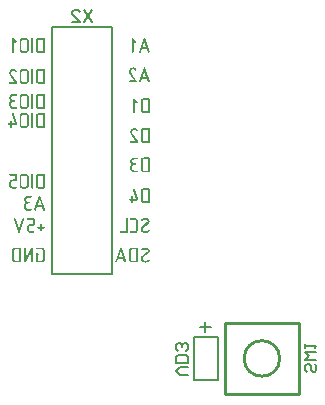
<source format=gbo>
G04 Layer_Color=32896*
%FSLAX42Y42*%
%MOMM*%
G71*
G01*
G75*
%ADD22C,0.20*%
%ADD28C,0.25*%
%ADD35C,0.15*%
G36*
X22910Y20399D02*
X22911Y20399D01*
X22912Y20398D01*
X22913Y20397D01*
X22914Y20396D01*
X22915Y20395D01*
X22915Y20394D01*
X22915Y20394D01*
X22952Y20283D01*
X22952Y20280D01*
X22952Y20279D01*
X22952Y20278D01*
X22951Y20276D01*
X22950Y20275D01*
X22950Y20275D01*
X22950D01*
X22949Y20274D01*
X22948Y20273D01*
X22946Y20273D01*
X22945D01*
X22945Y20272D01*
X22944D01*
X22942Y20273D01*
X22941Y20273D01*
X22940Y20274D01*
X22940Y20274D01*
X22939Y20275D01*
X22938Y20276D01*
X22937Y20277D01*
X22937Y20277D01*
X22929Y20303D01*
X22887D01*
X22878Y20278D01*
X22878Y20277D01*
X22877Y20275D01*
X22877Y20275D01*
X22876Y20274D01*
X22875Y20273D01*
X22875Y20273D01*
X22873Y20273D01*
X22872Y20273D01*
X22871Y20272D01*
X22871D01*
X22870Y20273D01*
X22869Y20273D01*
X22867Y20274D01*
X22866Y20274D01*
X22866Y20274D01*
X22865Y20275D01*
X22865D01*
X22865Y20276D01*
X22864Y20277D01*
X22863Y20278D01*
Y20279D01*
X22863Y20280D01*
Y20280D01*
Y20280D01*
X22864Y20283D01*
X22900Y20394D01*
X22901Y20396D01*
X22902Y20397D01*
X22904Y20398D01*
X22905Y20399D01*
X22906Y20399D01*
X22907Y20400D01*
X22908D01*
X22910Y20399D01*
D02*
G37*
G36*
X22860Y20211D02*
X22862Y20210D01*
X22863Y20208D01*
X22864Y20207D01*
X22865Y20206D01*
X22865Y20204D01*
X22865Y20203D01*
Y20203D01*
Y20154D01*
X22865Y20151D01*
X22864Y20149D01*
X22863Y20148D01*
X22861Y20147D01*
X22860Y20146D01*
X22858Y20146D01*
X22858Y20146D01*
X22833D01*
X22830Y20146D01*
X22828Y20145D01*
X22826Y20144D01*
X22824Y20144D01*
X22823Y20143D01*
X22822Y20142D01*
X22821Y20141D01*
X22821Y20141D01*
X22819Y20139D01*
X22818Y20137D01*
X22817Y20135D01*
X22817Y20134D01*
X22816Y20132D01*
X22816Y20131D01*
Y20130D01*
Y20129D01*
Y20117D01*
X22816Y20115D01*
X22817Y20112D01*
X22818Y20110D01*
X22819Y20109D01*
X22820Y20107D01*
X22820Y20106D01*
X22821Y20106D01*
X22821Y20105D01*
X22823Y20104D01*
X22825Y20103D01*
X22827Y20102D01*
X22829Y20101D01*
X22831Y20101D01*
X22832Y20101D01*
X22857D01*
X22859Y20101D01*
X22860Y20100D01*
X22862Y20099D01*
X22863Y20098D01*
X22863Y20098D01*
X22863Y20098D01*
X22864Y20096D01*
X22865Y20095D01*
X22865Y20093D01*
Y20093D01*
Y20093D01*
X22865Y20092D01*
X22865Y20091D01*
X22864Y20089D01*
X22863Y20088D01*
X22863Y20087D01*
Y20087D01*
X22862Y20086D01*
X22861Y20086D01*
X22859Y20085D01*
X22858D01*
X22858Y20085D01*
X22833D01*
X22830Y20085D01*
X22828Y20085D01*
X22823Y20087D01*
X22819Y20088D01*
X22816Y20090D01*
X22813Y20092D01*
X22811Y20093D01*
X22811Y20094D01*
X22810Y20094D01*
X22810Y20094D01*
X22810Y20095D01*
X22808Y20096D01*
X22807Y20098D01*
X22805Y20100D01*
X22804Y20102D01*
X22802Y20106D01*
X22801Y20109D01*
X22801Y20112D01*
X22800Y20114D01*
Y20115D01*
X22800Y20116D01*
Y20117D01*
Y20117D01*
Y20117D01*
Y20129D01*
X22800Y20132D01*
X22801Y20134D01*
X22802Y20139D01*
X22803Y20143D01*
X22805Y20146D01*
X22807Y20149D01*
X22808Y20151D01*
X22809Y20151D01*
X22809Y20152D01*
X22810Y20152D01*
X22810Y20152D01*
X22812Y20154D01*
X22814Y20155D01*
X22816Y20157D01*
X22817Y20158D01*
X22821Y20160D01*
X22825Y20161D01*
X22828Y20161D01*
X22829Y20162D01*
X22831D01*
X22831Y20162D01*
X22849D01*
Y20195D01*
X22808D01*
X22807Y20195D01*
X22806Y20196D01*
X22805Y20196D01*
X22804Y20197D01*
X22803Y20197D01*
X22802Y20198D01*
Y20198D01*
X22801Y20199D01*
X22801Y20200D01*
X22800Y20201D01*
X22800Y20203D01*
Y20203D01*
Y20203D01*
Y20204D01*
X22801Y20205D01*
X22801Y20207D01*
X22802Y20208D01*
X22802Y20208D01*
X22802Y20208D01*
X22803Y20209D01*
X22804Y20210D01*
X22806Y20211D01*
X22807Y20211D01*
X22808Y20211D01*
X22857D01*
X22860Y20211D01*
D02*
G37*
G36*
X22922Y20162D02*
X22924Y20161D01*
X22925Y20160D01*
X22926Y20160D01*
X22926Y20160D01*
X22927Y20159D01*
X22927Y20158D01*
X22928Y20156D01*
Y20155D01*
X22928Y20155D01*
Y20154D01*
Y20154D01*
Y20137D01*
X22945D01*
X22946Y20137D01*
X22947Y20137D01*
X22949Y20136D01*
X22950Y20135D01*
X22950Y20135D01*
X22951Y20135D01*
X22952Y20133D01*
X22952Y20131D01*
X22952Y20130D01*
Y20130D01*
Y20129D01*
X22952Y20128D01*
X22952Y20127D01*
X22951Y20126D01*
X22951Y20124D01*
X22950Y20124D01*
Y20124D01*
X22950Y20123D01*
X22949Y20123D01*
X22947Y20122D01*
X22946D01*
X22945Y20122D01*
X22928D01*
Y20105D01*
X22928Y20104D01*
X22928Y20103D01*
X22927Y20101D01*
X22926Y20100D01*
X22926Y20099D01*
Y20099D01*
X22924Y20098D01*
X22922Y20097D01*
X22921D01*
X22921Y20097D01*
X22920D01*
X22919Y20097D01*
X22918Y20098D01*
X22916Y20098D01*
X22915Y20099D01*
X22914Y20099D01*
X22914Y20099D01*
X22914D01*
X22913Y20100D01*
X22913Y20101D01*
X22912Y20103D01*
Y20104D01*
X22912Y20104D01*
Y20105D01*
Y20105D01*
Y20122D01*
X22896D01*
X22894Y20122D01*
X22893Y20122D01*
X22892Y20122D01*
X22891Y20123D01*
X22890Y20124D01*
X22889Y20124D01*
Y20124D01*
X22889Y20125D01*
X22888Y20126D01*
X22888Y20128D01*
X22887Y20129D01*
Y20129D01*
Y20129D01*
Y20130D01*
X22888Y20131D01*
X22888Y20133D01*
X22889Y20134D01*
X22889Y20135D01*
X22889Y20135D01*
X22890Y20136D01*
X22891Y20136D01*
X22893Y20137D01*
X22894Y20137D01*
X22895Y20137D01*
X22912D01*
Y20154D01*
X22912Y20155D01*
X22912Y20157D01*
X22913Y20159D01*
X22914Y20159D01*
X22914Y20160D01*
X22914Y20160D01*
X22915Y20160D01*
X22917Y20161D01*
X22918Y20162D01*
X22919Y20162D01*
X22921D01*
X22922Y20162D01*
D02*
G37*
G36*
X22847Y20586D02*
X22849Y20585D01*
X22850Y20584D01*
X22850Y20584D01*
X22850Y20584D01*
X22851Y20583D01*
X22851Y20582D01*
X22852Y20580D01*
Y20579D01*
X22852Y20579D01*
Y20578D01*
Y20578D01*
Y20468D01*
X22852Y20466D01*
X22852Y20465D01*
X22851Y20464D01*
X22850Y20462D01*
X22850Y20462D01*
Y20462D01*
X22848Y20461D01*
X22846Y20460D01*
X22846D01*
X22845Y20460D01*
X22845D01*
X22843Y20460D01*
X22842Y20460D01*
X22840Y20461D01*
X22840Y20462D01*
X22839Y20462D01*
X22839Y20462D01*
X22839D01*
X22838Y20463D01*
X22837Y20464D01*
X22837Y20466D01*
Y20467D01*
X22836Y20467D01*
Y20468D01*
Y20468D01*
Y20578D01*
X22837Y20579D01*
X22837Y20581D01*
X22838Y20582D01*
X22839Y20583D01*
X22839Y20584D01*
X22839D01*
X22840Y20585D01*
X22841Y20585D01*
X22843Y20586D01*
X22843D01*
X22844Y20586D01*
X22846D01*
X22847Y20586D01*
D02*
G37*
G36*
X22947D02*
X22949Y20585D01*
X22951Y20583D01*
X22952Y20582D01*
X22952Y20581D01*
X22952Y20579D01*
X22952Y20578D01*
Y20578D01*
Y20468D01*
X22952Y20465D01*
X22951Y20463D01*
X22950Y20462D01*
X22949Y20461D01*
X22947Y20460D01*
X22946Y20460D01*
X22945Y20460D01*
X22902D01*
X22898Y20460D01*
X22894Y20461D01*
X22891Y20462D01*
X22888Y20464D01*
X22886Y20465D01*
X22884Y20466D01*
X22883Y20467D01*
X22883Y20468D01*
X22881Y20471D01*
X22879Y20474D01*
X22877Y20477D01*
X22876Y20480D01*
X22876Y20482D01*
X22875Y20484D01*
X22875Y20485D01*
Y20486D01*
Y20486D01*
Y20486D01*
Y20560D01*
X22876Y20564D01*
X22876Y20567D01*
X22878Y20570D01*
X22879Y20573D01*
X22881Y20575D01*
X22882Y20577D01*
X22883Y20578D01*
X22883Y20578D01*
X22886Y20581D01*
X22889Y20583D01*
X22892Y20584D01*
X22895Y20585D01*
X22898Y20586D01*
X22900Y20586D01*
X22901Y20586D01*
X22945D01*
X22947Y20586D01*
D02*
G37*
G36*
X22835Y20398D02*
X22836Y20398D01*
X22838Y20397D01*
X22839Y20396D01*
X22839Y20396D01*
X22839Y20396D01*
X22841Y20394D01*
X22841Y20392D01*
X22841Y20391D01*
Y20391D01*
Y20390D01*
X22841Y20389D01*
X22841Y20388D01*
X22840Y20386D01*
X22840Y20385D01*
X22839Y20385D01*
Y20385D01*
X22838Y20384D01*
X22837Y20383D01*
X22835Y20383D01*
X22835D01*
X22834Y20383D01*
X22809D01*
X22806Y20382D01*
X22804Y20382D01*
X22801Y20381D01*
X22800Y20380D01*
X22798Y20379D01*
X22797Y20378D01*
X22797Y20378D01*
X22797Y20377D01*
X22795Y20376D01*
X22794Y20374D01*
X22794Y20372D01*
X22793Y20370D01*
X22793Y20369D01*
X22793Y20367D01*
Y20367D01*
Y20366D01*
X22793Y20364D01*
X22793Y20361D01*
X22794Y20359D01*
X22795Y20358D01*
X22796Y20356D01*
X22796Y20355D01*
X22797Y20355D01*
X22797Y20354D01*
X22799Y20353D01*
X22801Y20351D01*
X22803Y20351D01*
X22805Y20350D01*
X22806Y20350D01*
X22808Y20349D01*
X22821D01*
X22823Y20349D01*
X22824Y20349D01*
X22826Y20348D01*
X22827Y20347D01*
X22827Y20347D01*
X22827Y20347D01*
X22828Y20345D01*
X22829Y20343D01*
X22829Y20342D01*
Y20342D01*
Y20341D01*
X22829Y20340D01*
X22829Y20339D01*
X22828Y20337D01*
X22827Y20336D01*
X22827Y20336D01*
Y20336D01*
X22826Y20335D01*
X22825Y20335D01*
X22823Y20334D01*
X22823D01*
X22822Y20334D01*
X22809D01*
X22807Y20333D01*
X22804Y20333D01*
X22802Y20332D01*
X22801Y20331D01*
X22799Y20330D01*
X22798Y20329D01*
X22797Y20329D01*
X22797Y20328D01*
X22796Y20327D01*
X22794Y20325D01*
X22794Y20323D01*
X22793Y20321D01*
X22793Y20319D01*
X22792Y20318D01*
Y20317D01*
Y20317D01*
Y20305D01*
X22793Y20302D01*
X22793Y20300D01*
X22794Y20298D01*
X22795Y20296D01*
X22796Y20295D01*
X22796Y20294D01*
X22797Y20293D01*
X22797Y20293D01*
X22799Y20291D01*
X22801Y20290D01*
X22803Y20289D01*
X22805Y20289D01*
X22807Y20288D01*
X22808Y20288D01*
X22833D01*
X22835Y20288D01*
X22836Y20288D01*
X22838Y20287D01*
X22839Y20286D01*
X22839Y20286D01*
X22839Y20286D01*
X22841Y20284D01*
X22841Y20282D01*
X22841Y20281D01*
Y20280D01*
Y20280D01*
X22841Y20278D01*
X22840Y20276D01*
X22840Y20275D01*
X22839Y20275D01*
Y20275D01*
X22838Y20274D01*
X22837Y20273D01*
X22835Y20273D01*
X22835D01*
X22834Y20272D01*
X22809D01*
X22806Y20273D01*
X22804Y20273D01*
X22800Y20274D01*
X22796Y20276D01*
X22792Y20277D01*
X22790Y20279D01*
X22788Y20280D01*
X22787Y20281D01*
X22786Y20282D01*
X22786Y20282D01*
X22786Y20282D01*
X22784Y20284D01*
X22783Y20286D01*
X22781Y20288D01*
X22780Y20290D01*
X22779Y20293D01*
X22778Y20297D01*
X22777Y20300D01*
X22777Y20301D01*
Y20303D01*
X22776Y20304D01*
Y20304D01*
Y20304D01*
Y20305D01*
Y20315D01*
X22777Y20319D01*
X22777Y20322D01*
X22778Y20325D01*
X22778Y20327D01*
X22779Y20329D01*
X22780Y20330D01*
X22780Y20331D01*
X22780Y20331D01*
X22782Y20334D01*
X22783Y20336D01*
X22784Y20337D01*
X22786Y20339D01*
X22787Y20340D01*
X22788Y20341D01*
X22788Y20341D01*
X22788Y20341D01*
X22786Y20343D01*
X22785Y20344D01*
X22783Y20346D01*
X22782Y20348D01*
X22781Y20349D01*
X22780Y20351D01*
X22780Y20351D01*
X22780Y20351D01*
X22779Y20354D01*
X22778Y20357D01*
X22777Y20359D01*
X22777Y20362D01*
X22777Y20364D01*
X22776Y20366D01*
Y20367D01*
Y20367D01*
Y20368D01*
X22777Y20372D01*
X22778Y20376D01*
X22779Y20379D01*
X22780Y20382D01*
X22782Y20384D01*
X22783Y20386D01*
X22784Y20388D01*
X22784Y20388D01*
X22785D01*
X22786Y20390D01*
X22788Y20391D01*
X22790Y20393D01*
X22792Y20394D01*
X22796Y20396D01*
X22800Y20397D01*
X22804Y20398D01*
X22805Y20398D01*
X22806Y20398D01*
X22807Y20398D01*
X22833D01*
X22835Y20398D01*
D02*
G37*
G36*
X22771Y20211D02*
X22772Y20211D01*
X22774Y20210D01*
X22775Y20209D01*
X22775Y20209D01*
X22775Y20208D01*
X22776Y20207D01*
X22777Y20207D01*
X22777Y20205D01*
X22778Y20204D01*
X22778Y20204D01*
Y20203D01*
Y20203D01*
X22777Y20201D01*
X22740Y20091D01*
X22739Y20089D01*
X22738Y20088D01*
X22737Y20087D01*
X22736Y20086D01*
X22734Y20085D01*
X22733Y20085D01*
X22733Y20085D01*
X22733D01*
X22731Y20086D01*
X22729Y20086D01*
X22728Y20087D01*
X22728Y20087D01*
X22727Y20089D01*
X22726Y20090D01*
X22726Y20091D01*
X22725Y20091D01*
Y20091D01*
X22689Y20201D01*
X22688Y20203D01*
X22688Y20204D01*
X22689Y20206D01*
X22689Y20207D01*
X22690Y20208D01*
X22691Y20209D01*
X22691Y20209D01*
X22692Y20210D01*
X22693Y20210D01*
X22695Y20211D01*
X22695D01*
X22696Y20211D01*
X22697D01*
X22698Y20211D01*
X22699Y20210D01*
X22700Y20210D01*
X22701Y20209D01*
X22701D01*
X22702Y20208D01*
X22703Y20207D01*
X22704Y20206D01*
X22704Y20206D01*
Y20206D01*
X22733Y20115D01*
X22762Y20206D01*
X22763Y20208D01*
X22764Y20209D01*
X22765Y20210D01*
X22766Y20210D01*
X22766D01*
X22768Y20211D01*
X22770D01*
X22771Y20211D01*
D02*
G37*
G36*
X23807Y19961D02*
X23811Y19960D01*
X23814Y19959D01*
X23818Y19958D01*
X23820Y19957D01*
X23822Y19957D01*
X23823Y19956D01*
X23823Y19956D01*
X23824Y19956D01*
X23824D01*
X23827Y19954D01*
X23830Y19952D01*
X23832Y19950D01*
X23834Y19949D01*
X23835Y19947D01*
X23836Y19946D01*
X23836Y19945D01*
X23836Y19945D01*
X23837Y19943D01*
X23838Y19941D01*
X23839Y19938D01*
X23839Y19936D01*
X23839Y19934D01*
X23840Y19933D01*
Y19932D01*
Y19932D01*
X23839Y19930D01*
X23839Y19928D01*
X23839Y19926D01*
X23838Y19925D01*
X23838Y19923D01*
X23838Y19922D01*
X23837Y19922D01*
Y19921D01*
X23836Y19920D01*
X23835Y19918D01*
X23834Y19917D01*
X23833Y19916D01*
X23832Y19915D01*
X23831Y19914D01*
X23831Y19914D01*
X23831Y19914D01*
X23785Y19880D01*
X23783Y19878D01*
X23781Y19876D01*
X23780Y19875D01*
X23780Y19875D01*
Y19874D01*
X23779Y19871D01*
X23779Y19870D01*
X23779Y19869D01*
X23778Y19868D01*
Y19867D01*
Y19867D01*
Y19866D01*
Y19865D01*
X23779Y19864D01*
X23779Y19863D01*
X23779Y19863D01*
X23779Y19862D01*
X23780Y19861D01*
X23780Y19860D01*
X23780Y19860D01*
X23782Y19858D01*
X23783Y19856D01*
X23784Y19855D01*
X23785Y19855D01*
X23785D01*
X23788Y19853D01*
X23791Y19852D01*
X23795Y19851D01*
X23797Y19851D01*
X23799Y19850D01*
X23801Y19850D01*
X23803D01*
X23805Y19850D01*
X23807Y19851D01*
X23810Y19851D01*
X23812Y19851D01*
X23813Y19852D01*
X23814Y19852D01*
X23815Y19852D01*
X23815D01*
X23820Y19854D01*
X23822Y19855D01*
X23824Y19857D01*
X23826Y19857D01*
X23827Y19858D01*
X23827Y19859D01*
X23828Y19859D01*
X23830Y19860D01*
X23831Y19860D01*
X23832Y19860D01*
X23832D01*
X23834Y19860D01*
X23835Y19860D01*
X23836Y19859D01*
X23837Y19858D01*
X23838Y19858D01*
X23838Y19858D01*
X23839Y19857D01*
X23839Y19856D01*
X23840Y19854D01*
Y19853D01*
X23840Y19853D01*
Y19852D01*
Y19852D01*
X23840Y19851D01*
X23839Y19849D01*
X23838Y19847D01*
X23838Y19847D01*
X23837Y19846D01*
X23837Y19846D01*
X23836Y19846D01*
X23835Y19845D01*
X23833Y19843D01*
X23832Y19842D01*
X23830Y19842D01*
X23829Y19841D01*
X23829Y19841D01*
X23828Y19840D01*
X23828D01*
X23825Y19839D01*
X23822Y19838D01*
X23821Y19838D01*
X23820Y19837D01*
X23820Y19837D01*
X23819D01*
X23816Y19836D01*
X23814Y19836D01*
X23811Y19835D01*
X23808Y19835D01*
X23806Y19835D01*
X23805Y19834D01*
X23803D01*
X23798Y19835D01*
X23796Y19835D01*
X23794Y19835D01*
X23793Y19836D01*
X23791Y19836D01*
X23790Y19836D01*
X23790D01*
X23788Y19837D01*
X23785Y19838D01*
X23783Y19839D01*
X23781Y19839D01*
X23779Y19840D01*
X23778Y19841D01*
X23777Y19841D01*
X23777Y19841D01*
X23774Y19843D01*
X23772Y19845D01*
X23770Y19846D01*
X23769Y19848D01*
X23768Y19850D01*
X23767Y19851D01*
X23766Y19852D01*
X23766Y19852D01*
X23765Y19854D01*
X23764Y19857D01*
X23764Y19860D01*
X23763Y19862D01*
X23763Y19864D01*
X23763Y19865D01*
Y19866D01*
Y19867D01*
X23763Y19870D01*
X23763Y19872D01*
X23764Y19875D01*
X23764Y19877D01*
X23765Y19879D01*
X23766Y19880D01*
X23766Y19881D01*
X23766Y19881D01*
X23768Y19884D01*
X23769Y19886D01*
X23771Y19888D01*
X23772Y19890D01*
X23774Y19891D01*
X23775Y19892D01*
X23776Y19893D01*
X23776Y19893D01*
X23821Y19926D01*
X23822Y19927D01*
X23823Y19928D01*
X23823Y19929D01*
X23824Y19930D01*
X23824Y19931D01*
X23824Y19931D01*
Y19932D01*
Y19932D01*
Y19933D01*
X23824Y19934D01*
Y19934D01*
Y19935D01*
X23822Y19938D01*
X23821Y19939D01*
X23820Y19941D01*
X23819Y19942D01*
X23818Y19942D01*
X23818D01*
X23815Y19943D01*
X23812Y19944D01*
X23810Y19945D01*
X23807Y19945D01*
X23805Y19945D01*
X23804Y19946D01*
X23802D01*
X23797Y19945D01*
X23793Y19944D01*
X23789Y19943D01*
X23785Y19942D01*
X23782Y19941D01*
X23781Y19940D01*
X23780Y19940D01*
X23779Y19939D01*
X23779Y19939D01*
X23778Y19938D01*
X23778D01*
X23777Y19938D01*
X23776Y19937D01*
X23774Y19936D01*
X23773Y19936D01*
X23773D01*
X23772Y19936D01*
X23770Y19936D01*
X23769Y19937D01*
X23767Y19938D01*
X23767Y19938D01*
X23767Y19939D01*
X23766Y19940D01*
X23765Y19941D01*
X23765Y19942D01*
X23764Y19944D01*
Y19944D01*
Y19944D01*
X23765Y19945D01*
X23765Y19947D01*
X23765Y19947D01*
X23765Y19948D01*
X23766Y19949D01*
X23767Y19949D01*
X23768Y19950D01*
X23768Y19950D01*
X23771Y19952D01*
X23774Y19954D01*
X23776Y19955D01*
X23779Y19956D01*
X23781Y19957D01*
X23783Y19958D01*
X23784Y19958D01*
X23784Y19958D01*
X23784D01*
X23788Y19959D01*
X23791Y19960D01*
X23794Y19960D01*
X23796Y19961D01*
X23799Y19961D01*
X23801Y19961D01*
X23802D01*
X23807Y19961D01*
D02*
G37*
G36*
X23597Y19962D02*
X23598Y19961D01*
X23599Y19960D01*
X23600Y19959D01*
X23601Y19958D01*
X23602Y19957D01*
X23602Y19957D01*
X23602Y19956D01*
X23639Y19845D01*
X23640Y19843D01*
X23639Y19841D01*
X23639Y19840D01*
X23638Y19839D01*
X23638Y19838D01*
X23637Y19837D01*
X23637D01*
X23636Y19836D01*
X23635Y19836D01*
X23633Y19835D01*
X23633D01*
X23632Y19835D01*
X23631D01*
X23630Y19835D01*
X23628Y19836D01*
X23627Y19836D01*
X23627Y19836D01*
X23626Y19838D01*
X23625Y19839D01*
X23624Y19839D01*
X23624Y19840D01*
X23616Y19866D01*
X23574D01*
X23566Y19840D01*
X23565Y19839D01*
X23564Y19838D01*
X23564Y19837D01*
X23563Y19837D01*
X23562Y19836D01*
X23562Y19836D01*
X23560Y19835D01*
X23559Y19835D01*
X23558Y19835D01*
X23558D01*
X23557Y19835D01*
X23556Y19835D01*
X23554Y19836D01*
X23553Y19837D01*
X23553Y19837D01*
X23553Y19837D01*
X23552D01*
X23552Y19838D01*
X23551Y19839D01*
X23550Y19841D01*
Y19841D01*
X23550Y19842D01*
Y19842D01*
Y19843D01*
X23551Y19845D01*
X23588Y19956D01*
X23588Y19958D01*
X23590Y19960D01*
X23591Y19961D01*
X23592Y19961D01*
X23593Y19962D01*
X23594Y19962D01*
X23595D01*
X23597Y19962D01*
D02*
G37*
G36*
X23735Y19961D02*
X23737Y19960D01*
X23738Y19958D01*
X23739Y19957D01*
X23740Y19956D01*
X23740Y19954D01*
X23740Y19953D01*
Y19953D01*
Y19843D01*
X23740Y19840D01*
X23739Y19838D01*
X23738Y19837D01*
X23736Y19836D01*
X23735Y19835D01*
X23734Y19835D01*
X23733Y19835D01*
X23690D01*
X23686Y19835D01*
X23682Y19836D01*
X23679Y19837D01*
X23676Y19839D01*
X23674Y19840D01*
X23672Y19841D01*
X23671Y19842D01*
X23671Y19843D01*
X23668Y19846D01*
X23666Y19849D01*
X23665Y19852D01*
X23664Y19855D01*
X23663Y19857D01*
X23663Y19859D01*
X23663Y19860D01*
Y19861D01*
Y19861D01*
Y19861D01*
Y19935D01*
X23663Y19939D01*
X23664Y19942D01*
X23666Y19945D01*
X23667Y19948D01*
X23668Y19950D01*
X23670Y19952D01*
X23670Y19953D01*
X23671Y19953D01*
X23674Y19956D01*
X23677Y19958D01*
X23680Y19959D01*
X23683Y19960D01*
X23686Y19961D01*
X23688Y19961D01*
X23688Y19961D01*
X23732D01*
X23735Y19961D01*
D02*
G37*
G36*
X22747D02*
X22749Y19960D01*
X22750Y19958D01*
X22751Y19957D01*
X22752Y19956D01*
X22752Y19954D01*
X22752Y19953D01*
Y19953D01*
Y19843D01*
X22752Y19840D01*
X22751Y19838D01*
X22750Y19837D01*
X22748Y19836D01*
X22747Y19835D01*
X22746Y19835D01*
X22745Y19835D01*
X22702D01*
X22698Y19835D01*
X22694Y19836D01*
X22691Y19837D01*
X22688Y19839D01*
X22686Y19840D01*
X22684Y19841D01*
X22683Y19842D01*
X22683Y19843D01*
X22680Y19846D01*
X22678Y19849D01*
X22677Y19852D01*
X22676Y19855D01*
X22675Y19857D01*
X22675Y19859D01*
X22675Y19860D01*
Y19861D01*
Y19861D01*
Y19861D01*
Y19935D01*
X22675Y19939D01*
X22676Y19942D01*
X22678Y19945D01*
X22679Y19948D01*
X22680Y19950D01*
X22682Y19952D01*
X22683Y19953D01*
X22683Y19953D01*
X22686Y19956D01*
X22689Y19958D01*
X22692Y19959D01*
X22695Y19960D01*
X22698Y19961D01*
X22700Y19961D01*
X22700Y19961D01*
X22745D01*
X22747Y19961D01*
D02*
G37*
G36*
X22930D02*
X22934Y19960D01*
X22937Y19958D01*
X22940Y19957D01*
X22942Y19956D01*
X22944Y19954D01*
X22944Y19954D01*
X22945Y19953D01*
X22947Y19950D01*
X22949Y19947D01*
X22951Y19944D01*
X22952Y19941D01*
X22952Y19939D01*
X22952Y19936D01*
X22952Y19936D01*
Y19935D01*
Y19935D01*
Y19935D01*
Y19861D01*
X22952Y19857D01*
X22951Y19854D01*
X22950Y19850D01*
X22949Y19848D01*
X22947Y19846D01*
X22946Y19844D01*
X22945Y19843D01*
X22945Y19843D01*
X22942Y19840D01*
X22939Y19838D01*
X22936Y19837D01*
X22933Y19836D01*
X22930Y19835D01*
X22928Y19835D01*
X22927Y19835D01*
X22883D01*
X22881Y19835D01*
X22879Y19836D01*
X22877Y19838D01*
X22876Y19839D01*
X22876Y19840D01*
X22875Y19842D01*
X22875Y19842D01*
Y19843D01*
Y19904D01*
X22876Y19907D01*
X22877Y19909D01*
X22878Y19910D01*
X22879Y19911D01*
X22881Y19911D01*
X22882Y19912D01*
X22883Y19912D01*
X22896D01*
X22897Y19912D01*
X22898Y19911D01*
X22900Y19910D01*
X22901Y19910D01*
X22901Y19909D01*
X22902Y19909D01*
X22903Y19907D01*
X22903Y19906D01*
X22904Y19904D01*
Y19904D01*
Y19904D01*
X22903Y19903D01*
X22903Y19902D01*
X22902Y19900D01*
X22902Y19899D01*
X22901Y19898D01*
Y19898D01*
X22901Y19897D01*
X22900Y19897D01*
X22898Y19896D01*
X22897D01*
X22896Y19896D01*
X22891D01*
Y19851D01*
X22926D01*
X22928Y19851D01*
X22929Y19851D01*
X22930Y19851D01*
X22930D01*
X22932Y19852D01*
X22933Y19853D01*
X22933Y19854D01*
X22934Y19854D01*
X22935Y19855D01*
X22935Y19856D01*
X22936Y19859D01*
X22936Y19860D01*
X22936Y19860D01*
Y19861D01*
Y19861D01*
Y19935D01*
X22936Y19936D01*
X22936Y19938D01*
X22936Y19938D01*
Y19939D01*
X22935Y19940D01*
X22935Y19941D01*
X22934Y19942D01*
X22934Y19942D01*
X22933Y19943D01*
X22931Y19944D01*
X22930Y19944D01*
X22929Y19945D01*
X22928Y19945D01*
X22927Y19945D01*
X22883D01*
X22882Y19945D01*
X22881Y19946D01*
X22880Y19946D01*
X22879Y19947D01*
X22878Y19947D01*
X22877Y19948D01*
Y19948D01*
X22877Y19949D01*
X22876Y19950D01*
X22875Y19951D01*
X22875Y19953D01*
Y19953D01*
Y19953D01*
Y19954D01*
X22876Y19955D01*
X22876Y19957D01*
X22877Y19958D01*
X22877Y19958D01*
X22878Y19958D01*
X22879Y19959D01*
X22880Y19960D01*
X22881Y19961D01*
X22882Y19961D01*
X22883Y19961D01*
X22926D01*
X22930Y19961D01*
D02*
G37*
G36*
X22847D02*
X22849Y19960D01*
X22850Y19959D01*
X22850Y19959D01*
Y19959D01*
X22851Y19958D01*
X22851Y19957D01*
X22852Y19955D01*
X22852Y19954D01*
X22852Y19953D01*
Y19953D01*
Y19952D01*
Y19843D01*
X22852Y19841D01*
X22852Y19840D01*
X22851Y19839D01*
X22850Y19837D01*
X22850Y19837D01*
Y19837D01*
X22848Y19836D01*
X22846Y19835D01*
X22846D01*
X22845Y19835D01*
X22845D01*
X22843Y19835D01*
X22842Y19835D01*
X22840Y19836D01*
X22840Y19837D01*
X22839Y19837D01*
X22839Y19837D01*
X22839D01*
X22838Y19838D01*
X22837Y19839D01*
X22837Y19841D01*
Y19842D01*
X22836Y19842D01*
Y19843D01*
Y19843D01*
Y19927D01*
X22790Y19839D01*
X22789Y19838D01*
X22788Y19837D01*
X22787Y19836D01*
X22786Y19835D01*
X22785Y19835D01*
X22784Y19835D01*
X22783D01*
X22782Y19835D01*
X22781Y19835D01*
X22780Y19836D01*
X22780D01*
X22778Y19837D01*
X22777Y19838D01*
X22776Y19839D01*
X22776Y19841D01*
Y19842D01*
X22775Y19843D01*
Y19843D01*
Y19843D01*
Y19953D01*
X22776Y19954D01*
X22776Y19956D01*
X22777Y19957D01*
X22778Y19958D01*
X22778Y19959D01*
X22778D01*
X22779Y19960D01*
X22780Y19960D01*
X22782Y19961D01*
X22782D01*
X22783Y19961D01*
X22785D01*
X22786Y19961D01*
X22787Y19960D01*
X22789Y19959D01*
X22789Y19959D01*
X22789Y19959D01*
X22790Y19958D01*
X22790Y19957D01*
X22791Y19955D01*
Y19954D01*
X22791Y19954D01*
Y19953D01*
Y19953D01*
Y19869D01*
X22838Y19957D01*
X22839Y19958D01*
X22840Y19959D01*
X22841Y19960D01*
X22842Y19960D01*
X22843Y19961D01*
X22844Y19961D01*
X22846D01*
X22847Y19961D01*
D02*
G37*
G36*
X22793Y20586D02*
X22796Y20585D01*
X22799Y20583D01*
X22802Y20582D01*
X22804Y20581D01*
X22806Y20579D01*
X22807Y20579D01*
X22807Y20578D01*
X22810Y20575D01*
X22812Y20572D01*
X22813Y20569D01*
X22814Y20566D01*
X22814Y20564D01*
X22815Y20561D01*
X22815Y20561D01*
Y20560D01*
Y20560D01*
Y20560D01*
Y20486D01*
X22814Y20482D01*
X22814Y20479D01*
X22812Y20475D01*
X22811Y20473D01*
X22809Y20471D01*
X22808Y20469D01*
X22808Y20468D01*
X22807Y20468D01*
X22804Y20465D01*
X22801Y20463D01*
X22798Y20462D01*
X22795Y20461D01*
X22792Y20460D01*
X22790Y20460D01*
X22790Y20460D01*
X22764D01*
X22760Y20460D01*
X22756Y20461D01*
X22753Y20462D01*
X22751Y20464D01*
X22748Y20465D01*
X22747Y20466D01*
X22746Y20467D01*
X22745Y20468D01*
X22743Y20471D01*
X22741Y20474D01*
X22739Y20477D01*
X22738Y20480D01*
X22738Y20482D01*
X22738Y20484D01*
X22738Y20485D01*
Y20486D01*
Y20486D01*
Y20486D01*
Y20560D01*
X22738Y20564D01*
X22739Y20567D01*
X22740Y20570D01*
X22741Y20573D01*
X22743Y20575D01*
X22744Y20577D01*
X22745Y20578D01*
X22745Y20578D01*
X22748Y20581D01*
X22751Y20583D01*
X22754Y20584D01*
X22758Y20585D01*
X22760Y20586D01*
X22762Y20586D01*
X22763Y20586D01*
X22789D01*
X22793Y20586D01*
D02*
G37*
G36*
X22689Y21473D02*
X22692Y21473D01*
X22693Y21473D01*
X22694Y21472D01*
X22694Y21472D01*
X22694D01*
X22697Y21471D01*
X22699Y21470D01*
X22700Y21470D01*
X22701Y21469D01*
X22701Y21469D01*
X22702Y21469D01*
X22704Y21467D01*
X22707Y21465D01*
X22709Y21463D01*
X22711Y21461D01*
X22712Y21460D01*
X22713Y21458D01*
X22714Y21458D01*
X22714Y21457D01*
X22714Y21456D01*
X22715Y21454D01*
X22715Y21453D01*
Y21453D01*
X22715Y21452D01*
X22714Y21451D01*
X22714Y21449D01*
X22713Y21448D01*
X22713Y21448D01*
Y21448D01*
X22712Y21447D01*
X22711Y21446D01*
X22709Y21446D01*
X22708D01*
X22707Y21445D01*
X22706D01*
X22703Y21446D01*
X22702Y21447D01*
X22701Y21448D01*
X22700Y21449D01*
X22700Y21449D01*
X22698Y21452D01*
X22696Y21454D01*
X22695Y21455D01*
X22694Y21455D01*
X22694Y21456D01*
X22693Y21456D01*
X22691Y21457D01*
X22688Y21458D01*
X22687Y21458D01*
X22686D01*
X22683Y21458D01*
X22681Y21457D01*
X22680Y21457D01*
X22679Y21456D01*
X22679Y21456D01*
X22678D01*
X22676Y21455D01*
X22674Y21454D01*
X22673Y21453D01*
X22673Y21453D01*
X22672Y21452D01*
X22672Y21452D01*
X22670Y21450D01*
X22669Y21448D01*
X22668Y21446D01*
X22667Y21444D01*
X22667Y21442D01*
X22667Y21441D01*
Y21440D01*
Y21440D01*
Y21438D01*
X22667Y21437D01*
X22667Y21434D01*
X22668Y21433D01*
X22668Y21432D01*
X22668Y21432D01*
X22669Y21432D01*
X22714Y21360D01*
X22714Y21357D01*
X22715Y21356D01*
X22715Y21355D01*
Y21354D01*
Y21354D01*
X22715Y21353D01*
X22715Y21352D01*
X22714Y21350D01*
X22713Y21349D01*
X22711Y21348D01*
X22710Y21348D01*
X22708Y21348D01*
X22707Y21347D01*
X22658D01*
X22657Y21348D01*
X22655Y21348D01*
X22654Y21348D01*
X22653Y21349D01*
X22652Y21350D01*
X22652Y21350D01*
Y21350D01*
X22651Y21352D01*
X22650Y21354D01*
X22650Y21355D01*
Y21355D01*
Y21355D01*
Y21356D01*
X22650Y21357D01*
X22651Y21359D01*
X22652Y21360D01*
X22652Y21361D01*
X22652Y21361D01*
X22653Y21362D01*
X22654Y21362D01*
X22656Y21363D01*
X22657Y21363D01*
X22657Y21363D01*
X22694D01*
X22655Y21424D01*
X22653Y21427D01*
X22652Y21430D01*
X22651Y21432D01*
X22651Y21435D01*
X22651Y21437D01*
X22651Y21438D01*
Y21439D01*
Y21440D01*
X22651Y21442D01*
X22651Y21445D01*
X22652Y21449D01*
X22654Y21453D01*
X22656Y21457D01*
X22658Y21459D01*
X22659Y21461D01*
X22659Y21462D01*
X22660Y21462D01*
X22661Y21463D01*
X22661Y21463D01*
X22661Y21463D01*
X22663Y21465D01*
X22665Y21467D01*
X22667Y21468D01*
X22669Y21469D01*
X22674Y21471D01*
X22678Y21472D01*
X22681Y21473D01*
X22683Y21473D01*
X22684Y21473D01*
X22685Y21474D01*
X22687D01*
X22689Y21473D01*
D02*
G37*
G36*
X22709Y21261D02*
X22710Y21260D01*
X22712Y21259D01*
X22713Y21258D01*
X22713Y21258D01*
X22714Y21258D01*
X22715Y21256D01*
X22715Y21255D01*
X22715Y21253D01*
Y21253D01*
Y21253D01*
X22715Y21252D01*
X22715Y21251D01*
X22714Y21249D01*
X22714Y21248D01*
X22713Y21247D01*
Y21247D01*
X22713Y21246D01*
X22712Y21246D01*
X22710Y21245D01*
X22709D01*
X22708Y21245D01*
X22683D01*
X22680Y21245D01*
X22678Y21244D01*
X22676Y21243D01*
X22674Y21242D01*
X22673Y21242D01*
X22672Y21241D01*
X22671Y21240D01*
X22671Y21240D01*
X22669Y21238D01*
X22668Y21236D01*
X22668Y21234D01*
X22667Y21233D01*
X22667Y21231D01*
X22667Y21230D01*
Y21229D01*
Y21229D01*
X22667Y21226D01*
X22667Y21224D01*
X22668Y21222D01*
X22669Y21220D01*
X22670Y21219D01*
X22671Y21218D01*
X22671Y21217D01*
X22671Y21217D01*
X22673Y21215D01*
X22675Y21214D01*
X22677Y21213D01*
X22679Y21212D01*
X22681Y21212D01*
X22682Y21212D01*
X22695D01*
X22697Y21212D01*
X22698Y21211D01*
X22700Y21210D01*
X22701Y21210D01*
X22701Y21209D01*
X22701Y21209D01*
X22703Y21207D01*
X22703Y21206D01*
X22703Y21204D01*
Y21204D01*
Y21204D01*
X22703Y21203D01*
X22703Y21202D01*
X22702Y21200D01*
X22702Y21199D01*
X22701Y21198D01*
Y21198D01*
X22700Y21197D01*
X22699Y21197D01*
X22698Y21196D01*
X22697D01*
X22696Y21196D01*
X22683D01*
X22681Y21196D01*
X22678Y21195D01*
X22676Y21194D01*
X22675Y21194D01*
X22673Y21193D01*
X22672Y21192D01*
X22672Y21191D01*
X22671Y21191D01*
X22670Y21189D01*
X22669Y21187D01*
X22668Y21185D01*
X22667Y21183D01*
X22667Y21182D01*
X22667Y21181D01*
Y21180D01*
Y21179D01*
Y21167D01*
X22667Y21165D01*
X22667Y21162D01*
X22668Y21161D01*
X22669Y21159D01*
X22670Y21157D01*
X22671Y21156D01*
X22671Y21156D01*
X22671Y21155D01*
X22673Y21154D01*
X22675Y21153D01*
X22677Y21152D01*
X22679Y21151D01*
X22681Y21151D01*
X22682Y21151D01*
X22708D01*
X22709Y21151D01*
X22710Y21150D01*
X22712Y21149D01*
X22713Y21148D01*
X22713Y21148D01*
X22714Y21148D01*
X22715Y21146D01*
X22715Y21145D01*
X22715Y21143D01*
Y21143D01*
Y21143D01*
X22715Y21141D01*
X22714Y21139D01*
X22714Y21138D01*
X22714Y21137D01*
Y21137D01*
X22713Y21136D01*
X22712Y21136D01*
X22710Y21135D01*
X22709D01*
X22708Y21135D01*
X22683D01*
X22681Y21135D01*
X22678Y21135D01*
X22674Y21137D01*
X22670Y21138D01*
X22667Y21140D01*
X22664Y21142D01*
X22662Y21143D01*
X22661Y21144D01*
X22660Y21144D01*
X22660Y21144D01*
X22660Y21145D01*
X22658Y21146D01*
X22657Y21148D01*
X22656Y21150D01*
X22655Y21152D01*
X22653Y21156D01*
X22652Y21159D01*
X22651Y21162D01*
X22651Y21164D01*
Y21165D01*
X22651Y21166D01*
Y21167D01*
Y21167D01*
Y21167D01*
Y21178D01*
X22651Y21181D01*
X22651Y21184D01*
X22652Y21187D01*
X22652Y21189D01*
X22653Y21191D01*
X22654Y21193D01*
X22654Y21194D01*
X22654Y21194D01*
X22656Y21196D01*
X22657Y21198D01*
X22659Y21200D01*
X22660Y21201D01*
X22661Y21202D01*
X22662Y21203D01*
X22662Y21203D01*
X22663Y21204D01*
X22661Y21205D01*
X22659Y21207D01*
X22657Y21209D01*
X22656Y21210D01*
X22655Y21212D01*
X22654Y21213D01*
X22654Y21214D01*
X22654Y21214D01*
X22653Y21217D01*
X22652Y21219D01*
X22651Y21222D01*
X22651Y21225D01*
X22651Y21227D01*
X22651Y21229D01*
Y21230D01*
Y21230D01*
Y21230D01*
X22651Y21234D01*
X22652Y21238D01*
X22653Y21242D01*
X22655Y21245D01*
X22656Y21247D01*
X22657Y21249D01*
X22658Y21250D01*
X22659Y21250D01*
X22659D01*
X22660Y21252D01*
X22662Y21254D01*
X22664Y21255D01*
X22666Y21257D01*
X22670Y21258D01*
X22674Y21259D01*
X22678Y21260D01*
X22679Y21260D01*
X22681Y21261D01*
X22682Y21261D01*
X22708D01*
X22709Y21261D01*
D02*
G37*
G36*
X22793D02*
X22796Y21260D01*
X22799Y21258D01*
X22802Y21257D01*
X22804Y21256D01*
X22806Y21254D01*
X22807Y21254D01*
X22807Y21253D01*
X22810Y21250D01*
X22812Y21247D01*
X22813Y21244D01*
X22814Y21241D01*
X22814Y21239D01*
X22815Y21236D01*
X22815Y21236D01*
Y21235D01*
Y21235D01*
Y21235D01*
Y21161D01*
X22814Y21157D01*
X22814Y21154D01*
X22812Y21150D01*
X22811Y21148D01*
X22809Y21146D01*
X22808Y21144D01*
X22808Y21143D01*
X22807Y21143D01*
X22804Y21140D01*
X22801Y21138D01*
X22798Y21137D01*
X22795Y21136D01*
X22792Y21135D01*
X22790Y21135D01*
X22790Y21135D01*
X22764D01*
X22760Y21135D01*
X22756Y21136D01*
X22753Y21137D01*
X22751Y21139D01*
X22748Y21140D01*
X22747Y21141D01*
X22746Y21142D01*
X22745Y21143D01*
X22743Y21146D01*
X22741Y21149D01*
X22739Y21152D01*
X22738Y21155D01*
X22738Y21157D01*
X22738Y21159D01*
X22738Y21160D01*
Y21161D01*
Y21161D01*
Y21161D01*
Y21235D01*
X22738Y21239D01*
X22739Y21242D01*
X22740Y21245D01*
X22741Y21248D01*
X22743Y21250D01*
X22744Y21252D01*
X22745Y21253D01*
X22745Y21253D01*
X22748Y21256D01*
X22751Y21258D01*
X22754Y21259D01*
X22758Y21260D01*
X22760Y21261D01*
X22762Y21261D01*
X22763Y21261D01*
X22789D01*
X22793Y21261D01*
D02*
G37*
G36*
Y21473D02*
X22796Y21472D01*
X22799Y21471D01*
X22802Y21470D01*
X22804Y21468D01*
X22806Y21467D01*
X22807Y21466D01*
X22807Y21466D01*
X22810Y21463D01*
X22812Y21460D01*
X22813Y21457D01*
X22814Y21454D01*
X22814Y21451D01*
X22815Y21449D01*
X22815Y21448D01*
Y21448D01*
Y21447D01*
Y21447D01*
Y21374D01*
X22814Y21370D01*
X22814Y21366D01*
X22812Y21363D01*
X22811Y21360D01*
X22809Y21358D01*
X22808Y21356D01*
X22808Y21355D01*
X22807Y21355D01*
X22804Y21353D01*
X22801Y21351D01*
X22798Y21349D01*
X22795Y21348D01*
X22792Y21348D01*
X22790Y21348D01*
X22790Y21347D01*
X22764D01*
X22760Y21348D01*
X22756Y21349D01*
X22753Y21350D01*
X22751Y21351D01*
X22748Y21353D01*
X22747Y21354D01*
X22746Y21355D01*
X22745Y21355D01*
X22743Y21358D01*
X22741Y21361D01*
X22739Y21364D01*
X22738Y21367D01*
X22738Y21370D01*
X22738Y21372D01*
X22738Y21373D01*
Y21373D01*
Y21373D01*
Y21374D01*
Y21447D01*
X22738Y21451D01*
X22739Y21455D01*
X22740Y21458D01*
X22741Y21460D01*
X22743Y21463D01*
X22744Y21464D01*
X22745Y21465D01*
X22745Y21466D01*
X22748Y21468D01*
X22751Y21470D01*
X22754Y21472D01*
X22758Y21473D01*
X22760Y21473D01*
X22762Y21473D01*
X22763Y21474D01*
X22789D01*
X22793Y21473D01*
D02*
G37*
G36*
X22847D02*
X22849Y21472D01*
X22850Y21472D01*
X22850Y21471D01*
X22850Y21471D01*
X22851Y21470D01*
X22851Y21469D01*
X22852Y21467D01*
Y21467D01*
X22852Y21466D01*
Y21466D01*
Y21466D01*
Y21355D01*
X22852Y21354D01*
X22852Y21353D01*
X22851Y21351D01*
X22850Y21350D01*
X22850Y21350D01*
Y21349D01*
X22848Y21348D01*
X22846Y21348D01*
X22846D01*
X22845Y21347D01*
X22845D01*
X22843Y21348D01*
X22842Y21348D01*
X22840Y21349D01*
X22840Y21349D01*
X22839Y21349D01*
X22839Y21350D01*
X22839D01*
X22838Y21350D01*
X22837Y21351D01*
X22837Y21353D01*
Y21354D01*
X22836Y21355D01*
Y21355D01*
Y21355D01*
Y21466D01*
X22837Y21467D01*
X22837Y21468D01*
X22838Y21470D01*
X22839Y21471D01*
X22839Y21471D01*
X22839D01*
X22840Y21472D01*
X22841Y21473D01*
X22843Y21473D01*
X22843D01*
X22844Y21474D01*
X22846D01*
X22847Y21473D01*
D02*
G37*
G36*
X22947D02*
X22949Y21472D01*
X22951Y21471D01*
X22952Y21470D01*
X22952Y21468D01*
X22952Y21467D01*
X22952Y21466D01*
Y21466D01*
Y21355D01*
X22952Y21353D01*
X22951Y21351D01*
X22950Y21349D01*
X22949Y21348D01*
X22947Y21348D01*
X22946Y21348D01*
X22945Y21347D01*
X22902D01*
X22898Y21348D01*
X22894Y21349D01*
X22891Y21350D01*
X22888Y21351D01*
X22886Y21353D01*
X22884Y21354D01*
X22883Y21355D01*
X22883Y21355D01*
X22881Y21358D01*
X22879Y21361D01*
X22877Y21364D01*
X22876Y21367D01*
X22876Y21370D01*
X22875Y21372D01*
X22875Y21373D01*
Y21373D01*
Y21373D01*
Y21374D01*
Y21447D01*
X22876Y21451D01*
X22876Y21455D01*
X22878Y21458D01*
X22879Y21460D01*
X22881Y21463D01*
X22882Y21464D01*
X22883Y21465D01*
X22883Y21466D01*
X22886Y21468D01*
X22889Y21470D01*
X22892Y21472D01*
X22895Y21473D01*
X22898Y21473D01*
X22900Y21473D01*
X22901Y21474D01*
X22945D01*
X22947Y21473D01*
D02*
G37*
G36*
X22847Y21261D02*
X22849Y21260D01*
X22850Y21259D01*
X22850Y21259D01*
X22850Y21259D01*
X22851Y21258D01*
X22851Y21257D01*
X22852Y21255D01*
Y21254D01*
X22852Y21254D01*
Y21253D01*
Y21253D01*
Y21143D01*
X22852Y21141D01*
X22852Y21140D01*
X22851Y21139D01*
X22850Y21137D01*
X22850Y21137D01*
Y21137D01*
X22848Y21136D01*
X22846Y21135D01*
X22846D01*
X22845Y21135D01*
X22845D01*
X22843Y21135D01*
X22842Y21135D01*
X22840Y21136D01*
X22840Y21137D01*
X22839Y21137D01*
X22839Y21137D01*
X22839D01*
X22838Y21138D01*
X22837Y21139D01*
X22837Y21141D01*
Y21142D01*
X22836Y21142D01*
Y21143D01*
Y21143D01*
Y21253D01*
X22837Y21254D01*
X22837Y21256D01*
X22838Y21257D01*
X22839Y21258D01*
X22839Y21259D01*
X22839D01*
X22840Y21260D01*
X22841Y21260D01*
X22843Y21261D01*
X22843D01*
X22844Y21261D01*
X22846D01*
X22847Y21261D01*
D02*
G37*
G36*
X22947Y21098D02*
X22949Y21097D01*
X22951Y21096D01*
X22952Y21095D01*
X22952Y21093D01*
X22952Y21092D01*
X22952Y21091D01*
Y21091D01*
Y20980D01*
X22952Y20978D01*
X22951Y20976D01*
X22950Y20974D01*
X22949Y20973D01*
X22947Y20973D01*
X22946Y20973D01*
X22945Y20972D01*
X22902D01*
X22898Y20973D01*
X22894Y20974D01*
X22891Y20975D01*
X22888Y20976D01*
X22886Y20978D01*
X22884Y20979D01*
X22883Y20980D01*
X22883Y20980D01*
X22881Y20983D01*
X22879Y20986D01*
X22877Y20989D01*
X22876Y20992D01*
X22876Y20995D01*
X22875Y20997D01*
X22875Y20998D01*
Y20998D01*
Y20998D01*
Y20999D01*
Y21072D01*
X22876Y21076D01*
X22876Y21080D01*
X22878Y21083D01*
X22879Y21085D01*
X22881Y21088D01*
X22882Y21089D01*
X22883Y21090D01*
X22883Y21091D01*
X22886Y21093D01*
X22889Y21095D01*
X22892Y21097D01*
X22895Y21098D01*
X22898Y21098D01*
X22900Y21098D01*
X22901Y21099D01*
X22945D01*
X22947Y21098D01*
D02*
G37*
G36*
X22684Y21098D02*
X22685Y21098D01*
X22686Y21098D01*
X22686Y21098D01*
X22687Y21097D01*
X22689Y21095D01*
X22690Y21094D01*
X22690Y21093D01*
X22690Y21093D01*
Y21093D01*
X22714Y21006D01*
X22715Y21005D01*
X22715Y21004D01*
X22715Y21001D01*
X22714Y21000D01*
X22713Y20999D01*
X22711Y20998D01*
X22709Y20997D01*
X22708Y20997D01*
X22707Y20997D01*
X22672D01*
Y20980D01*
X22672Y20979D01*
X22672Y20978D01*
X22671Y20976D01*
X22670Y20975D01*
X22670Y20975D01*
Y20974D01*
X22668Y20973D01*
X22666Y20973D01*
X22665D01*
X22665Y20972D01*
X22664D01*
X22663Y20973D01*
X22662Y20973D01*
X22660Y20974D01*
X22659Y20974D01*
X22659Y20974D01*
X22658Y20975D01*
X22658D01*
X22657Y20975D01*
X22657Y20976D01*
X22656Y20978D01*
Y20979D01*
X22656Y20980D01*
Y20980D01*
Y20980D01*
Y20997D01*
X22646D01*
X22644Y20997D01*
X22643Y20997D01*
X22642Y20998D01*
X22641Y20998D01*
X22640Y20999D01*
X22640Y20999D01*
Y20999D01*
X22639Y21000D01*
X22639Y21001D01*
X22638Y21003D01*
X22638Y21004D01*
Y21004D01*
Y21005D01*
Y21006D01*
X22638Y21007D01*
X22639Y21009D01*
X22640Y21010D01*
X22640Y21010D01*
X22640Y21010D01*
X22641Y21011D01*
X22642Y21012D01*
X22644Y21012D01*
X22645Y21012D01*
X22645Y21013D01*
X22656D01*
Y21029D01*
X22656Y21031D01*
X22656Y21032D01*
X22657Y21034D01*
X22658Y21035D01*
X22658Y21035D01*
X22659D01*
X22659Y21036D01*
X22660Y21036D01*
X22662Y21037D01*
X22663D01*
X22664Y21037D01*
X22665D01*
X22666Y21037D01*
X22668Y21036D01*
X22669Y21035D01*
X22670Y21035D01*
X22670Y21035D01*
X22671Y21034D01*
X22671Y21033D01*
X22672Y21031D01*
Y21030D01*
X22672Y21030D01*
Y21029D01*
Y21029D01*
Y21013D01*
X22697D01*
X22675Y21089D01*
X22674Y21091D01*
Y21092D01*
X22675Y21093D01*
X22675Y21095D01*
X22676Y21096D01*
X22676Y21096D01*
X22677D01*
X22678Y21097D01*
X22679Y21098D01*
X22681Y21098D01*
X22682Y21098D01*
X22682Y21099D01*
X22683D01*
X22684Y21098D01*
D02*
G37*
G36*
X22709Y20586D02*
X22711Y20585D01*
X22713Y20583D01*
X22714Y20582D01*
X22714Y20581D01*
X22714Y20579D01*
X22715Y20578D01*
Y20578D01*
Y20529D01*
X22714Y20526D01*
X22714Y20524D01*
X22712Y20523D01*
X22711Y20522D01*
X22709Y20521D01*
X22708Y20521D01*
X22707Y20521D01*
X22683D01*
X22680Y20521D01*
X22678Y20520D01*
X22676Y20519D01*
X22674Y20519D01*
X22673Y20518D01*
X22671Y20517D01*
X22671Y20516D01*
X22671Y20516D01*
X22669Y20514D01*
X22668Y20512D01*
X22667Y20510D01*
X22666Y20509D01*
X22666Y20507D01*
X22666Y20506D01*
Y20505D01*
Y20504D01*
Y20492D01*
X22666Y20490D01*
X22667Y20487D01*
X22667Y20485D01*
X22668Y20484D01*
X22669Y20482D01*
X22670Y20481D01*
X22671Y20481D01*
X22671Y20480D01*
X22673Y20479D01*
X22675Y20478D01*
X22677Y20477D01*
X22678Y20476D01*
X22680Y20476D01*
X22681Y20476D01*
X22707D01*
X22708Y20476D01*
X22709Y20475D01*
X22711Y20474D01*
X22712Y20473D01*
X22713Y20473D01*
X22713Y20473D01*
X22714Y20471D01*
X22714Y20470D01*
X22715Y20468D01*
Y20468D01*
Y20468D01*
X22714Y20467D01*
X22714Y20466D01*
X22714Y20464D01*
X22713Y20463D01*
X22713Y20462D01*
Y20462D01*
X22712Y20461D01*
X22711Y20461D01*
X22709Y20460D01*
X22708D01*
X22707Y20460D01*
X22682D01*
X22680Y20460D01*
X22677Y20460D01*
X22673Y20462D01*
X22669Y20463D01*
X22666Y20465D01*
X22663Y20467D01*
X22661Y20468D01*
X22660Y20469D01*
X22660Y20469D01*
X22659Y20469D01*
X22659Y20470D01*
X22658Y20471D01*
X22656Y20473D01*
X22655Y20475D01*
X22654Y20477D01*
X22652Y20481D01*
X22651Y20484D01*
X22650Y20487D01*
X22650Y20489D01*
Y20490D01*
X22650Y20491D01*
Y20492D01*
Y20492D01*
Y20492D01*
Y20504D01*
X22650Y20507D01*
X22650Y20509D01*
X22651Y20514D01*
X22653Y20518D01*
X22655Y20521D01*
X22656Y20524D01*
X22658Y20526D01*
X22659Y20526D01*
X22659Y20527D01*
X22659Y20527D01*
X22659Y20527D01*
X22661Y20529D01*
X22663Y20530D01*
X22665Y20532D01*
X22667Y20533D01*
X22671Y20535D01*
X22675Y20536D01*
X22678Y20536D01*
X22679Y20537D01*
X22680D01*
X22681Y20537D01*
X22699D01*
Y20570D01*
X22658D01*
X22657Y20570D01*
X22655Y20571D01*
X22654Y20571D01*
X22653Y20572D01*
X22652Y20572D01*
X22652Y20573D01*
Y20573D01*
X22651Y20574D01*
X22651Y20575D01*
X22650Y20576D01*
X22650Y20578D01*
Y20578D01*
Y20578D01*
Y20579D01*
X22650Y20580D01*
X22651Y20582D01*
X22652Y20583D01*
X22652Y20583D01*
X22652Y20583D01*
X22653Y20584D01*
X22654Y20585D01*
X22656Y20586D01*
X22657Y20586D01*
X22657Y20586D01*
X22707D01*
X22709Y20586D01*
D02*
G37*
G36*
X22947Y21261D02*
X22949Y21260D01*
X22951Y21258D01*
X22952Y21257D01*
X22952Y21256D01*
X22952Y21254D01*
X22952Y21253D01*
Y21253D01*
Y21143D01*
X22952Y21140D01*
X22951Y21138D01*
X22950Y21137D01*
X22949Y21136D01*
X22947Y21135D01*
X22946Y21135D01*
X22945Y21135D01*
X22902D01*
X22898Y21135D01*
X22894Y21136D01*
X22891Y21137D01*
X22888Y21139D01*
X22886Y21140D01*
X22884Y21141D01*
X22883Y21142D01*
X22883Y21143D01*
X22881Y21146D01*
X22879Y21149D01*
X22877Y21152D01*
X22876Y21155D01*
X22876Y21157D01*
X22875Y21159D01*
X22875Y21160D01*
Y21161D01*
Y21161D01*
Y21161D01*
Y21235D01*
X22876Y21239D01*
X22876Y21242D01*
X22878Y21245D01*
X22879Y21248D01*
X22881Y21250D01*
X22882Y21252D01*
X22883Y21253D01*
X22883Y21253D01*
X22886Y21256D01*
X22889Y21258D01*
X22892Y21259D01*
X22895Y21260D01*
X22898Y21261D01*
X22900Y21261D01*
X22901Y21261D01*
X22945D01*
X22947Y21261D01*
D02*
G37*
G36*
X22793Y21098D02*
X22796Y21097D01*
X22799Y21096D01*
X22802Y21095D01*
X22804Y21093D01*
X22806Y21092D01*
X22807Y21091D01*
X22807Y21091D01*
X22810Y21088D01*
X22812Y21085D01*
X22813Y21082D01*
X22814Y21079D01*
X22814Y21076D01*
X22815Y21074D01*
X22815Y21073D01*
Y21073D01*
Y21072D01*
Y21072D01*
Y20999D01*
X22814Y20995D01*
X22814Y20991D01*
X22812Y20988D01*
X22811Y20985D01*
X22809Y20983D01*
X22808Y20981D01*
X22808Y20980D01*
X22807Y20980D01*
X22804Y20978D01*
X22801Y20976D01*
X22798Y20974D01*
X22795Y20973D01*
X22792Y20973D01*
X22790Y20973D01*
X22790Y20972D01*
X22764D01*
X22760Y20973D01*
X22756Y20974D01*
X22753Y20975D01*
X22751Y20976D01*
X22748Y20978D01*
X22747Y20979D01*
X22746Y20980D01*
X22745Y20980D01*
X22743Y20983D01*
X22741Y20986D01*
X22739Y20989D01*
X22738Y20992D01*
X22738Y20995D01*
X22738Y20997D01*
X22738Y20998D01*
Y20998D01*
Y20998D01*
Y20999D01*
Y21072D01*
X22738Y21076D01*
X22739Y21080D01*
X22740Y21083D01*
X22741Y21085D01*
X22743Y21088D01*
X22744Y21089D01*
X22745Y21090D01*
X22745Y21091D01*
X22748Y21093D01*
X22751Y21095D01*
X22754Y21097D01*
X22758Y21098D01*
X22760Y21098D01*
X22762Y21098D01*
X22763Y21099D01*
X22789D01*
X22793Y21098D01*
D02*
G37*
G36*
X22847D02*
X22849Y21097D01*
X22850Y21097D01*
X22850Y21096D01*
X22850Y21096D01*
X22851Y21095D01*
X22851Y21094D01*
X22852Y21092D01*
Y21092D01*
X22852Y21091D01*
Y21091D01*
Y21091D01*
Y20980D01*
X22852Y20979D01*
X22852Y20978D01*
X22851Y20976D01*
X22850Y20975D01*
X22850Y20975D01*
Y20974D01*
X22848Y20973D01*
X22846Y20973D01*
X22846D01*
X22845Y20972D01*
X22845D01*
X22843Y20973D01*
X22842Y20973D01*
X22840Y20974D01*
X22840Y20974D01*
X22839Y20974D01*
X22839Y20975D01*
X22839D01*
X22838Y20975D01*
X22837Y20976D01*
X22837Y20978D01*
Y20979D01*
X22836Y20980D01*
Y20980D01*
Y20980D01*
Y21091D01*
X22837Y21092D01*
X22837Y21093D01*
X22838Y21095D01*
X22839Y21096D01*
X22839Y21096D01*
X22839D01*
X22840Y21097D01*
X22841Y21098D01*
X22843Y21098D01*
X22843D01*
X22844Y21099D01*
X22846D01*
X22847Y21098D01*
D02*
G37*
G36*
X22793Y21736D02*
X22796Y21735D01*
X22799Y21733D01*
X22802Y21732D01*
X22804Y21731D01*
X22806Y21729D01*
X22807Y21729D01*
X22807Y21728D01*
X22810Y21725D01*
X22812Y21722D01*
X22813Y21719D01*
X22814Y21716D01*
X22814Y21714D01*
X22815Y21711D01*
X22815Y21711D01*
Y21710D01*
Y21710D01*
Y21710D01*
Y21636D01*
X22814Y21632D01*
X22814Y21629D01*
X22812Y21625D01*
X22811Y21623D01*
X22809Y21621D01*
X22808Y21619D01*
X22808Y21618D01*
X22807Y21618D01*
X22804Y21615D01*
X22801Y21613D01*
X22798Y21612D01*
X22795Y21611D01*
X22792Y21610D01*
X22790Y21610D01*
X22790Y21610D01*
X22764D01*
X22760Y21610D01*
X22756Y21611D01*
X22753Y21612D01*
X22751Y21614D01*
X22748Y21615D01*
X22747Y21616D01*
X22746Y21617D01*
X22745Y21618D01*
X22743Y21621D01*
X22741Y21624D01*
X22739Y21627D01*
X22738Y21630D01*
X22738Y21632D01*
X22738Y21634D01*
X22738Y21635D01*
Y21636D01*
Y21636D01*
Y21636D01*
Y21710D01*
X22738Y21714D01*
X22739Y21717D01*
X22740Y21720D01*
X22741Y21723D01*
X22743Y21725D01*
X22744Y21727D01*
X22745Y21728D01*
X22745Y21728D01*
X22748Y21731D01*
X22751Y21733D01*
X22754Y21734D01*
X22758Y21735D01*
X22760Y21736D01*
X22762Y21736D01*
X22763Y21736D01*
X22789D01*
X22793Y21736D01*
D02*
G37*
G36*
X23703Y21486D02*
X23705Y21485D01*
X23706Y21485D01*
X23707Y21485D01*
X23707Y21485D01*
X23708D01*
X23710Y21484D01*
X23713Y21482D01*
X23714Y21482D01*
X23714Y21482D01*
X23715Y21482D01*
X23715Y21481D01*
X23718Y21480D01*
X23720Y21478D01*
X23722Y21476D01*
X23724Y21474D01*
X23725Y21472D01*
X23726Y21471D01*
X23727Y21470D01*
X23727Y21470D01*
X23728Y21468D01*
X23728Y21467D01*
X23728Y21466D01*
Y21466D01*
X23728Y21464D01*
X23728Y21463D01*
X23727Y21462D01*
X23726Y21460D01*
X23726Y21460D01*
Y21460D01*
X23725Y21459D01*
X23724Y21459D01*
X23722Y21458D01*
X23721D01*
X23720Y21458D01*
X23720D01*
X23717Y21459D01*
X23715Y21460D01*
X23714Y21461D01*
X23714Y21461D01*
X23714Y21461D01*
X23711Y21464D01*
X23709Y21466D01*
X23708Y21467D01*
X23708Y21468D01*
X23707Y21468D01*
X23707Y21468D01*
X23704Y21469D01*
X23702Y21470D01*
X23701Y21470D01*
X23699D01*
X23696Y21470D01*
X23694Y21469D01*
X23693Y21469D01*
X23692Y21469D01*
X23692Y21469D01*
X23692D01*
X23689Y21467D01*
X23687Y21466D01*
X23686Y21466D01*
X23686Y21465D01*
X23686Y21465D01*
X23685Y21465D01*
X23684Y21463D01*
X23682Y21461D01*
X23681Y21459D01*
X23681Y21457D01*
X23680Y21455D01*
X23680Y21454D01*
Y21453D01*
Y21452D01*
Y21451D01*
X23680Y21449D01*
X23681Y21447D01*
X23681Y21446D01*
X23682Y21445D01*
X23682Y21444D01*
X23682Y21444D01*
X23727Y21372D01*
X23728Y21370D01*
X23728Y21368D01*
X23729Y21367D01*
Y21367D01*
Y21367D01*
X23728Y21365D01*
X23728Y21364D01*
X23727Y21363D01*
X23726Y21362D01*
X23724Y21361D01*
X23723Y21360D01*
X23722Y21360D01*
X23721Y21360D01*
X23671D01*
X23670Y21360D01*
X23669Y21360D01*
X23668Y21361D01*
X23667Y21361D01*
X23666Y21362D01*
X23665Y21362D01*
Y21363D01*
X23664Y21364D01*
X23663Y21366D01*
X23663Y21367D01*
Y21368D01*
Y21368D01*
Y21369D01*
X23664Y21370D01*
X23664Y21372D01*
X23665Y21373D01*
X23665Y21373D01*
X23666Y21373D01*
X23667Y21374D01*
X23668Y21375D01*
X23669Y21375D01*
X23670Y21376D01*
X23671Y21376D01*
X23707D01*
X23668Y21436D01*
X23667Y21439D01*
X23666Y21442D01*
X23665Y21445D01*
X23664Y21447D01*
X23664Y21449D01*
X23664Y21451D01*
Y21452D01*
Y21452D01*
X23664Y21455D01*
X23664Y21457D01*
X23665Y21462D01*
X23667Y21466D01*
X23669Y21469D01*
X23671Y21472D01*
X23672Y21473D01*
X23673Y21474D01*
X23673Y21475D01*
X23674Y21475D01*
X23674Y21476D01*
X23674Y21476D01*
X23676Y21478D01*
X23678Y21479D01*
X23681Y21481D01*
X23683Y21482D01*
X23687Y21483D01*
X23691Y21485D01*
X23695Y21485D01*
X23696Y21486D01*
X23698Y21486D01*
X23699Y21486D01*
X23700D01*
X23703Y21486D01*
D02*
G37*
G36*
X22847Y21736D02*
X22849Y21735D01*
X22850Y21734D01*
X22850Y21734D01*
X22850Y21734D01*
X22851Y21733D01*
X22851Y21732D01*
X22852Y21730D01*
Y21729D01*
X22852Y21729D01*
Y21728D01*
Y21728D01*
Y21618D01*
X22852Y21616D01*
X22852Y21615D01*
X22851Y21614D01*
X22850Y21612D01*
X22850Y21612D01*
Y21612D01*
X22848Y21611D01*
X22846Y21610D01*
X22846D01*
X22845Y21610D01*
X22845D01*
X22843Y21610D01*
X22842Y21610D01*
X22840Y21611D01*
X22840Y21612D01*
X22839Y21612D01*
X22839Y21612D01*
X22839D01*
X22838Y21613D01*
X22837Y21614D01*
X22837Y21616D01*
Y21617D01*
X22836Y21617D01*
Y21618D01*
Y21618D01*
Y21728D01*
X22837Y21729D01*
X22837Y21731D01*
X22838Y21732D01*
X22839Y21733D01*
X22839Y21734D01*
X22839D01*
X22840Y21735D01*
X22841Y21735D01*
X22843Y21736D01*
X22843D01*
X22844Y21736D01*
X22846D01*
X22847Y21736D01*
D02*
G37*
G36*
X22947D02*
X22949Y21735D01*
X22951Y21733D01*
X22952Y21732D01*
X22952Y21731D01*
X22952Y21729D01*
X22952Y21728D01*
Y21728D01*
Y21618D01*
X22952Y21615D01*
X22951Y21613D01*
X22950Y21612D01*
X22949Y21611D01*
X22947Y21610D01*
X22946Y21610D01*
X22945Y21610D01*
X22902D01*
X22898Y21610D01*
X22894Y21611D01*
X22891Y21612D01*
X22888Y21614D01*
X22886Y21615D01*
X22884Y21616D01*
X22883Y21617D01*
X22883Y21618D01*
X22881Y21621D01*
X22879Y21624D01*
X22877Y21627D01*
X22876Y21630D01*
X22876Y21632D01*
X22875Y21634D01*
X22875Y21635D01*
Y21636D01*
Y21636D01*
Y21636D01*
Y21710D01*
X22876Y21714D01*
X22876Y21717D01*
X22878Y21720D01*
X22879Y21723D01*
X22881Y21725D01*
X22882Y21727D01*
X22883Y21728D01*
X22883Y21728D01*
X22886Y21731D01*
X22889Y21733D01*
X22892Y21734D01*
X22895Y21735D01*
X22898Y21736D01*
X22900Y21736D01*
X22901Y21736D01*
X22945D01*
X22947Y21736D01*
D02*
G37*
G36*
X23835Y20973D02*
X23837Y20972D01*
X23838Y20971D01*
X23839Y20970D01*
X23840Y20968D01*
X23840Y20967D01*
X23840Y20966D01*
Y20966D01*
Y20855D01*
X23840Y20853D01*
X23839Y20851D01*
X23837Y20849D01*
X23836Y20848D01*
X23835Y20848D01*
X23833Y20848D01*
X23833Y20847D01*
X23789D01*
X23785Y20848D01*
X23782Y20849D01*
X23779Y20850D01*
X23776Y20851D01*
X23774Y20853D01*
X23772Y20854D01*
X23771Y20855D01*
X23771Y20855D01*
X23768Y20858D01*
X23766Y20861D01*
X23765Y20864D01*
X23764Y20867D01*
X23763Y20870D01*
X23763Y20872D01*
X23763Y20873D01*
Y20873D01*
Y20873D01*
Y20874D01*
Y20947D01*
X23763Y20951D01*
X23764Y20955D01*
X23765Y20958D01*
X23767Y20960D01*
X23768Y20963D01*
X23769Y20964D01*
X23770Y20965D01*
X23771Y20966D01*
X23773Y20968D01*
X23777Y20970D01*
X23780Y20972D01*
X23783Y20973D01*
X23785Y20973D01*
X23787Y20973D01*
X23788Y20974D01*
X23832D01*
X23835Y20973D01*
D02*
G37*
G36*
X23715Y20973D02*
X23717Y20973D01*
X23718Y20973D01*
X23719Y20972D01*
X23719Y20972D01*
X23719D01*
X23722Y20971D01*
X23725Y20970D01*
X23725Y20970D01*
X23726Y20969D01*
X23727Y20969D01*
X23727Y20969D01*
X23730Y20967D01*
X23732Y20965D01*
X23734Y20963D01*
X23736Y20961D01*
X23737Y20960D01*
X23738Y20958D01*
X23739Y20958D01*
X23739Y20957D01*
X23740Y20956D01*
X23740Y20954D01*
X23740Y20953D01*
Y20953D01*
X23740Y20952D01*
X23740Y20951D01*
X23739Y20949D01*
X23738Y20948D01*
X23738Y20948D01*
Y20948D01*
X23737Y20947D01*
X23736Y20946D01*
X23734Y20946D01*
X23733D01*
X23732Y20945D01*
X23732D01*
X23729Y20946D01*
X23727Y20947D01*
X23726Y20948D01*
X23726Y20949D01*
X23725Y20949D01*
X23723Y20952D01*
X23721Y20954D01*
X23720Y20955D01*
X23719Y20955D01*
X23719Y20956D01*
X23719Y20956D01*
X23716Y20957D01*
X23714Y20958D01*
X23713Y20958D01*
X23711D01*
X23708Y20958D01*
X23706Y20957D01*
X23705Y20957D01*
X23704Y20956D01*
X23704Y20956D01*
X23704D01*
X23701Y20955D01*
X23699Y20954D01*
X23698Y20953D01*
X23698Y20953D01*
X23698Y20952D01*
X23697Y20952D01*
X23695Y20950D01*
X23694Y20948D01*
X23693Y20946D01*
X23693Y20944D01*
X23692Y20942D01*
X23692Y20941D01*
Y20940D01*
Y20940D01*
Y20938D01*
X23692Y20937D01*
X23693Y20934D01*
X23693Y20933D01*
X23693Y20932D01*
X23694Y20932D01*
X23694Y20932D01*
X23739Y20860D01*
X23740Y20857D01*
X23740Y20856D01*
X23740Y20855D01*
Y20854D01*
Y20854D01*
X23740Y20853D01*
X23740Y20852D01*
X23739Y20850D01*
X23738Y20849D01*
X23736Y20848D01*
X23735Y20848D01*
X23733Y20848D01*
X23732Y20847D01*
X23683D01*
X23682Y20848D01*
X23680Y20848D01*
X23679Y20848D01*
X23679Y20849D01*
X23677Y20850D01*
X23677Y20850D01*
Y20850D01*
X23676Y20852D01*
X23675Y20854D01*
X23675Y20855D01*
Y20855D01*
Y20855D01*
Y20856D01*
X23676Y20857D01*
X23676Y20859D01*
X23677Y20860D01*
X23677Y20861D01*
X23677Y20861D01*
X23678Y20862D01*
X23679Y20862D01*
X23681Y20863D01*
X23682Y20863D01*
X23683Y20863D01*
X23719D01*
X23680Y20924D01*
X23679Y20927D01*
X23677Y20930D01*
X23677Y20932D01*
X23676Y20935D01*
X23676Y20937D01*
X23676Y20938D01*
Y20939D01*
Y20940D01*
X23676Y20942D01*
X23676Y20945D01*
X23677Y20949D01*
X23679Y20953D01*
X23681Y20957D01*
X23683Y20959D01*
X23684Y20961D01*
X23685Y20962D01*
X23685Y20962D01*
X23686Y20963D01*
X23686Y20963D01*
X23686Y20963D01*
X23688Y20965D01*
X23690Y20967D01*
X23693Y20968D01*
X23695Y20969D01*
X23699Y20971D01*
X23703Y20972D01*
X23707Y20973D01*
X23708Y20973D01*
X23709Y20973D01*
X23710Y20974D01*
X23712D01*
X23715Y20973D01*
D02*
G37*
G36*
X23797Y21487D02*
X23799Y21486D01*
X23800Y21485D01*
X23801Y21484D01*
X23802Y21483D01*
X23802Y21482D01*
X23802Y21482D01*
X23803Y21481D01*
X23840Y21370D01*
X23840Y21368D01*
X23840Y21366D01*
X23840Y21365D01*
X23839Y21364D01*
X23838Y21363D01*
X23838Y21362D01*
X23837D01*
X23836Y21361D01*
X23835Y21361D01*
X23834Y21360D01*
X23833D01*
X23832Y21360D01*
X23832D01*
X23830Y21360D01*
X23828Y21361D01*
X23828Y21361D01*
X23827Y21361D01*
X23826Y21363D01*
X23825Y21364D01*
X23825Y21364D01*
X23825Y21365D01*
X23816Y21391D01*
X23774D01*
X23766Y21365D01*
X23765Y21364D01*
X23765Y21363D01*
X23764Y21362D01*
X23764Y21362D01*
X23763Y21361D01*
X23762Y21361D01*
X23761Y21360D01*
X23760Y21360D01*
X23759Y21360D01*
X23759D01*
X23757Y21360D01*
X23756Y21360D01*
X23755Y21361D01*
X23754Y21362D01*
X23753Y21362D01*
X23753Y21362D01*
X23753D01*
X23752Y21363D01*
X23751Y21364D01*
X23751Y21366D01*
Y21366D01*
X23750Y21367D01*
Y21367D01*
Y21368D01*
X23751Y21370D01*
X23788Y21481D01*
X23789Y21483D01*
X23790Y21485D01*
X23791Y21486D01*
X23792Y21486D01*
X23794Y21487D01*
X23794Y21487D01*
X23795D01*
X23797Y21487D01*
D02*
G37*
G36*
X23696Y21737D02*
X23697Y21736D01*
X23698Y21736D01*
X23698Y21736D01*
X23700Y21735D01*
X23700Y21734D01*
X23701Y21734D01*
X23701Y21733D01*
X23726Y21709D01*
X23727Y21708D01*
X23727Y21707D01*
X23728Y21705D01*
X23728Y21704D01*
Y21704D01*
Y21704D01*
X23728Y21702D01*
X23728Y21701D01*
X23727Y21700D01*
X23726Y21699D01*
X23726Y21698D01*
X23726Y21698D01*
X23726Y21698D01*
X23725Y21697D01*
X23724Y21697D01*
X23722Y21696D01*
X23721D01*
X23721Y21696D01*
X23720D01*
X23719Y21696D01*
X23718Y21696D01*
X23716Y21697D01*
X23715Y21698D01*
X23715Y21698D01*
X23715D01*
X23704Y21711D01*
Y21618D01*
X23703Y21616D01*
X23703Y21615D01*
X23702Y21614D01*
X23702Y21612D01*
X23701Y21612D01*
Y21612D01*
X23700Y21611D01*
X23698Y21610D01*
X23697D01*
X23696Y21610D01*
X23696D01*
X23694Y21610D01*
X23693Y21610D01*
X23692Y21611D01*
X23691Y21612D01*
X23690Y21612D01*
X23690Y21612D01*
X23690D01*
X23689Y21613D01*
X23689Y21614D01*
X23688Y21616D01*
Y21617D01*
X23688Y21617D01*
Y21618D01*
Y21618D01*
Y21728D01*
Y21729D01*
X23688Y21731D01*
X23689Y21732D01*
X23689Y21733D01*
X23689Y21734D01*
X23690Y21734D01*
X23690Y21734D01*
X23691Y21735D01*
X23692Y21736D01*
X23693Y21736D01*
X23694Y21737D01*
X23695D01*
X23696Y21737D01*
D02*
G37*
G36*
X23797Y21737D02*
X23799Y21736D01*
X23800Y21735D01*
X23801Y21734D01*
X23802Y21733D01*
X23802Y21732D01*
X23802Y21732D01*
X23803Y21731D01*
X23840Y21620D01*
X23840Y21618D01*
X23840Y21616D01*
X23840Y21615D01*
X23839Y21614D01*
X23838Y21613D01*
X23838Y21612D01*
X23837D01*
X23836Y21611D01*
X23835Y21611D01*
X23834Y21610D01*
X23833D01*
X23832Y21610D01*
X23832D01*
X23830Y21610D01*
X23828Y21611D01*
X23828Y21611D01*
X23827Y21611D01*
X23826Y21613D01*
X23825Y21614D01*
X23825Y21614D01*
X23825Y21615D01*
X23816Y21641D01*
X23774D01*
X23766Y21615D01*
X23765Y21614D01*
X23765Y21613D01*
X23764Y21612D01*
X23764Y21612D01*
X23763Y21611D01*
X23762Y21611D01*
X23761Y21610D01*
X23760Y21610D01*
X23759Y21610D01*
X23759D01*
X23757Y21610D01*
X23756Y21610D01*
X23755Y21611D01*
X23754Y21612D01*
X23753Y21612D01*
X23753Y21612D01*
X23753D01*
X23752Y21613D01*
X23751Y21614D01*
X23751Y21616D01*
Y21616D01*
X23750Y21617D01*
Y21617D01*
Y21618D01*
X23751Y21620D01*
X23788Y21731D01*
X23789Y21733D01*
X23790Y21735D01*
X23791Y21736D01*
X23792Y21736D01*
X23794Y21737D01*
X23794Y21737D01*
X23795D01*
X23797Y21737D01*
D02*
G37*
G36*
X23835Y21223D02*
X23837Y21222D01*
X23838Y21221D01*
X23839Y21220D01*
X23840Y21218D01*
X23840Y21217D01*
X23840Y21216D01*
Y21216D01*
Y21105D01*
X23840Y21103D01*
X23839Y21101D01*
X23837Y21099D01*
X23836Y21098D01*
X23835Y21098D01*
X23833Y21098D01*
X23833Y21097D01*
X23789D01*
X23785Y21098D01*
X23782Y21099D01*
X23779Y21100D01*
X23776Y21101D01*
X23774Y21103D01*
X23772Y21104D01*
X23771Y21105D01*
X23771Y21105D01*
X23768Y21108D01*
X23766Y21111D01*
X23765Y21114D01*
X23764Y21117D01*
X23763Y21120D01*
X23763Y21122D01*
X23763Y21123D01*
Y21123D01*
Y21123D01*
Y21124D01*
Y21197D01*
X23763Y21201D01*
X23764Y21205D01*
X23765Y21208D01*
X23767Y21210D01*
X23768Y21213D01*
X23769Y21214D01*
X23770Y21215D01*
X23771Y21216D01*
X23773Y21218D01*
X23777Y21220D01*
X23780Y21222D01*
X23783Y21223D01*
X23785Y21223D01*
X23787Y21223D01*
X23788Y21224D01*
X23832D01*
X23835Y21223D01*
D02*
G37*
G36*
X23708Y21224D02*
X23709Y21224D01*
X23710Y21224D01*
X23710Y21223D01*
X23711Y21223D01*
X23712Y21222D01*
X23713Y21221D01*
X23713Y21221D01*
X23738Y21196D01*
X23739Y21195D01*
X23739Y21194D01*
X23740Y21193D01*
X23740Y21192D01*
Y21191D01*
Y21191D01*
X23740Y21190D01*
X23740Y21189D01*
X23739Y21187D01*
X23738Y21186D01*
X23738Y21186D01*
X23738Y21185D01*
X23738Y21185D01*
X23737Y21184D01*
X23736Y21184D01*
X23734Y21183D01*
X23733D01*
X23733Y21183D01*
X23732D01*
X23731Y21183D01*
X23730Y21184D01*
X23728Y21184D01*
X23727Y21185D01*
X23727Y21185D01*
X23726D01*
X23716Y21199D01*
Y21105D01*
X23715Y21104D01*
X23715Y21103D01*
X23714Y21101D01*
X23714Y21100D01*
X23713Y21100D01*
Y21099D01*
X23711Y21098D01*
X23709Y21098D01*
X23709D01*
X23708Y21097D01*
X23708D01*
X23706Y21098D01*
X23705Y21098D01*
X23703Y21099D01*
X23703Y21099D01*
X23702Y21099D01*
X23702Y21100D01*
X23702D01*
X23701Y21100D01*
X23701Y21101D01*
X23700Y21103D01*
Y21104D01*
X23700Y21105D01*
Y21105D01*
Y21105D01*
Y21216D01*
Y21217D01*
X23700Y21218D01*
X23701Y21220D01*
X23701Y21221D01*
X23701Y21221D01*
X23701Y21222D01*
X23702Y21222D01*
X23703Y21223D01*
X23703Y21223D01*
X23705Y21224D01*
X23706Y21224D01*
X23707D01*
X23708Y21224D01*
D02*
G37*
G36*
X23718Y20211D02*
X23722Y20210D01*
X23725Y20208D01*
X23727Y20207D01*
X23730Y20206D01*
X23731Y20204D01*
X23732Y20204D01*
X23733Y20203D01*
X23735Y20200D01*
X23737Y20197D01*
X23738Y20194D01*
X23739Y20191D01*
X23740Y20189D01*
X23740Y20186D01*
X23740Y20186D01*
Y20185D01*
Y20185D01*
Y20185D01*
Y20111D01*
X23740Y20107D01*
X23739Y20104D01*
X23738Y20100D01*
X23736Y20098D01*
X23735Y20096D01*
X23734Y20094D01*
X23733Y20093D01*
X23733Y20093D01*
X23730Y20090D01*
X23726Y20088D01*
X23723Y20087D01*
X23720Y20086D01*
X23718Y20085D01*
X23716Y20085D01*
X23715Y20085D01*
X23684D01*
X23682Y20085D01*
X23681Y20085D01*
X23680Y20086D01*
X23679Y20086D01*
X23678Y20087D01*
X23677Y20087D01*
Y20088D01*
X23676Y20089D01*
X23676Y20091D01*
X23676Y20092D01*
Y20093D01*
Y20093D01*
Y20094D01*
X23676Y20095D01*
X23677Y20097D01*
X23677Y20098D01*
X23678Y20098D01*
X23678Y20098D01*
X23679Y20099D01*
X23680Y20100D01*
X23682Y20100D01*
X23682Y20101D01*
X23683Y20101D01*
X23714D01*
X23716Y20101D01*
X23717Y20101D01*
X23718Y20101D01*
X23718D01*
X23719Y20102D01*
X23721Y20103D01*
X23721Y20104D01*
X23722Y20104D01*
X23723Y20105D01*
X23723Y20106D01*
X23724Y20109D01*
X23724Y20110D01*
X23724Y20110D01*
Y20111D01*
Y20111D01*
Y20185D01*
X23724Y20186D01*
X23724Y20188D01*
X23724Y20188D01*
Y20189D01*
X23723Y20190D01*
X23722Y20191D01*
X23722Y20192D01*
X23722Y20192D01*
X23720Y20193D01*
X23719Y20194D01*
X23718Y20194D01*
X23717Y20195D01*
X23716Y20195D01*
X23715Y20195D01*
X23684D01*
X23682Y20195D01*
X23681Y20196D01*
X23680Y20196D01*
X23679Y20197D01*
X23678Y20197D01*
X23677Y20198D01*
Y20198D01*
X23676Y20200D01*
X23676Y20201D01*
X23676Y20203D01*
Y20203D01*
Y20203D01*
Y20204D01*
X23676Y20205D01*
X23677Y20207D01*
X23677Y20208D01*
X23678Y20208D01*
X23678Y20208D01*
X23679Y20209D01*
X23680Y20210D01*
X23682Y20211D01*
X23682Y20211D01*
X23683Y20211D01*
X23714D01*
X23718Y20211D01*
D02*
G37*
G36*
X23835Y20461D02*
X23837Y20460D01*
X23838Y20458D01*
X23839Y20457D01*
X23840Y20456D01*
X23840Y20454D01*
X23840Y20453D01*
Y20453D01*
Y20343D01*
X23840Y20340D01*
X23839Y20338D01*
X23837Y20337D01*
X23836Y20336D01*
X23835Y20335D01*
X23833Y20335D01*
X23833Y20335D01*
X23789D01*
X23785Y20335D01*
X23782Y20336D01*
X23779Y20337D01*
X23776Y20339D01*
X23774Y20340D01*
X23772Y20341D01*
X23771Y20342D01*
X23771Y20343D01*
X23768Y20346D01*
X23766Y20349D01*
X23765Y20352D01*
X23764Y20355D01*
X23763Y20357D01*
X23763Y20359D01*
X23763Y20360D01*
Y20361D01*
Y20361D01*
Y20361D01*
Y20435D01*
X23763Y20439D01*
X23764Y20442D01*
X23765Y20445D01*
X23767Y20448D01*
X23768Y20450D01*
X23769Y20452D01*
X23770Y20453D01*
X23771Y20453D01*
X23773Y20456D01*
X23777Y20458D01*
X23780Y20459D01*
X23783Y20460D01*
X23785Y20461D01*
X23787Y20461D01*
X23788Y20461D01*
X23832D01*
X23835Y20461D01*
D02*
G37*
G36*
X23647Y20211D02*
X23649Y20210D01*
X23650Y20209D01*
X23650Y20209D01*
X23651Y20209D01*
X23651Y20208D01*
X23652Y20207D01*
X23653Y20205D01*
Y20204D01*
X23653Y20204D01*
Y20203D01*
Y20203D01*
Y20093D01*
X23652Y20090D01*
X23652Y20088D01*
X23650Y20087D01*
X23649Y20086D01*
X23647Y20085D01*
X23646Y20085D01*
X23645Y20085D01*
X23596D01*
X23595Y20085D01*
X23593Y20085D01*
X23592Y20086D01*
X23591Y20086D01*
X23590Y20087D01*
X23590Y20087D01*
Y20088D01*
X23589Y20089D01*
X23588Y20091D01*
X23588Y20092D01*
Y20093D01*
Y20093D01*
Y20094D01*
X23588Y20095D01*
X23589Y20097D01*
X23590Y20098D01*
X23590Y20098D01*
X23590Y20098D01*
X23591Y20099D01*
X23592Y20100D01*
X23594Y20100D01*
X23595Y20101D01*
X23595Y20101D01*
X23637D01*
Y20203D01*
X23637Y20204D01*
X23637Y20206D01*
X23638Y20207D01*
X23639Y20208D01*
X23639Y20209D01*
X23639D01*
X23640Y20210D01*
X23641Y20210D01*
X23643Y20211D01*
X23644D01*
X23644Y20211D01*
X23646D01*
X23647Y20211D01*
D02*
G37*
G36*
X22683Y21737D02*
X22684Y21736D01*
X22685Y21736D01*
X22685Y21736D01*
X22686Y21735D01*
X22687Y21734D01*
X22688Y21734D01*
X22688Y21733D01*
X22713Y21709D01*
X22713Y21708D01*
X22714Y21707D01*
X22714Y21705D01*
X22715Y21704D01*
Y21704D01*
Y21704D01*
X22715Y21702D01*
X22714Y21701D01*
X22714Y21700D01*
X22713Y21699D01*
X22713Y21698D01*
X22713Y21698D01*
X22712Y21698D01*
X22711Y21697D01*
X22710Y21697D01*
X22709Y21696D01*
X22708D01*
X22707Y21696D01*
X22707D01*
X22706Y21696D01*
X22705Y21696D01*
X22703Y21697D01*
X22702Y21698D01*
X22701Y21698D01*
X22701D01*
X22690Y21711D01*
Y21618D01*
X22690Y21616D01*
X22690Y21615D01*
X22689Y21614D01*
X22688Y21612D01*
X22688Y21612D01*
Y21612D01*
X22686Y21611D01*
X22684Y21610D01*
X22684D01*
X22683Y21610D01*
X22683D01*
X22681Y21610D01*
X22680Y21610D01*
X22678Y21611D01*
X22677Y21612D01*
X22677Y21612D01*
X22677Y21612D01*
X22676D01*
X22676Y21613D01*
X22675Y21614D01*
X22675Y21616D01*
Y21617D01*
X22674Y21617D01*
Y21618D01*
Y21618D01*
Y21728D01*
Y21729D01*
X22675Y21731D01*
X22675Y21732D01*
X22676Y21733D01*
X22676Y21734D01*
X22676Y21734D01*
X22676Y21734D01*
X22677Y21735D01*
X22678Y21736D01*
X22680Y21736D01*
X22681Y21737D01*
X22681D01*
X22683Y21737D01*
D02*
G37*
G36*
X23807Y20211D02*
X23811Y20210D01*
X23814Y20209D01*
X23818Y20208D01*
X23820Y20207D01*
X23822Y20207D01*
X23823Y20206D01*
X23823Y20206D01*
X23824Y20206D01*
X23824D01*
X23827Y20204D01*
X23830Y20202D01*
X23832Y20200D01*
X23834Y20199D01*
X23835Y20197D01*
X23836Y20196D01*
X23836Y20195D01*
X23836Y20195D01*
X23837Y20193D01*
X23838Y20191D01*
X23839Y20188D01*
X23839Y20186D01*
X23839Y20184D01*
X23840Y20183D01*
Y20182D01*
Y20182D01*
X23839Y20180D01*
X23839Y20178D01*
X23839Y20176D01*
X23838Y20175D01*
X23838Y20173D01*
X23838Y20172D01*
X23837Y20172D01*
Y20171D01*
X23836Y20170D01*
X23835Y20168D01*
X23834Y20167D01*
X23833Y20166D01*
X23832Y20165D01*
X23831Y20164D01*
X23831Y20164D01*
X23831Y20164D01*
X23785Y20130D01*
X23783Y20128D01*
X23781Y20126D01*
X23780Y20125D01*
X23780Y20125D01*
Y20124D01*
X23779Y20121D01*
X23779Y20120D01*
X23779Y20119D01*
X23778Y20118D01*
Y20117D01*
Y20117D01*
Y20116D01*
Y20115D01*
X23779Y20114D01*
X23779Y20113D01*
X23779Y20113D01*
X23779Y20112D01*
X23780Y20111D01*
X23780Y20110D01*
X23780Y20110D01*
X23782Y20108D01*
X23783Y20106D01*
X23784Y20105D01*
X23785Y20105D01*
X23785D01*
X23788Y20103D01*
X23791Y20102D01*
X23795Y20101D01*
X23797Y20101D01*
X23799Y20100D01*
X23801Y20100D01*
X23803D01*
X23805Y20100D01*
X23807Y20101D01*
X23810Y20101D01*
X23812Y20101D01*
X23813Y20102D01*
X23814Y20102D01*
X23815Y20102D01*
X23815D01*
X23820Y20104D01*
X23822Y20105D01*
X23824Y20107D01*
X23826Y20107D01*
X23827Y20108D01*
X23827Y20109D01*
X23828Y20109D01*
X23830Y20110D01*
X23831Y20110D01*
X23832Y20110D01*
X23832D01*
X23834Y20110D01*
X23835Y20110D01*
X23836Y20109D01*
X23837Y20108D01*
X23838Y20108D01*
X23838Y20108D01*
X23839Y20107D01*
X23839Y20106D01*
X23840Y20104D01*
Y20103D01*
X23840Y20103D01*
Y20102D01*
Y20102D01*
X23840Y20101D01*
X23839Y20099D01*
X23838Y20097D01*
X23838Y20097D01*
X23837Y20096D01*
X23837Y20096D01*
X23836Y20096D01*
X23835Y20095D01*
X23833Y20093D01*
X23832Y20092D01*
X23830Y20092D01*
X23829Y20091D01*
X23829Y20091D01*
X23828Y20090D01*
X23828D01*
X23825Y20089D01*
X23822Y20088D01*
X23821Y20088D01*
X23820Y20087D01*
X23820Y20087D01*
X23819D01*
X23816Y20086D01*
X23814Y20086D01*
X23811Y20085D01*
X23808Y20085D01*
X23806Y20085D01*
X23805Y20084D01*
X23803D01*
X23798Y20085D01*
X23796Y20085D01*
X23794Y20085D01*
X23793Y20086D01*
X23791Y20086D01*
X23790Y20086D01*
X23790D01*
X23788Y20087D01*
X23785Y20088D01*
X23783Y20089D01*
X23781Y20089D01*
X23779Y20090D01*
X23778Y20091D01*
X23777Y20091D01*
X23777Y20091D01*
X23774Y20093D01*
X23772Y20095D01*
X23770Y20096D01*
X23769Y20098D01*
X23768Y20100D01*
X23767Y20101D01*
X23766Y20102D01*
X23766Y20102D01*
X23765Y20104D01*
X23764Y20107D01*
X23764Y20110D01*
X23763Y20112D01*
X23763Y20114D01*
X23763Y20115D01*
Y20116D01*
Y20117D01*
X23763Y20120D01*
X23763Y20122D01*
X23764Y20125D01*
X23764Y20127D01*
X23765Y20129D01*
X23766Y20130D01*
X23766Y20131D01*
X23766Y20131D01*
X23768Y20134D01*
X23769Y20136D01*
X23771Y20138D01*
X23772Y20140D01*
X23774Y20141D01*
X23775Y20142D01*
X23776Y20143D01*
X23776Y20143D01*
X23821Y20176D01*
X23822Y20177D01*
X23823Y20178D01*
X23823Y20179D01*
X23824Y20180D01*
X23824Y20181D01*
X23824Y20181D01*
Y20182D01*
Y20182D01*
Y20183D01*
X23824Y20184D01*
Y20184D01*
Y20185D01*
X23822Y20188D01*
X23821Y20189D01*
X23820Y20191D01*
X23819Y20192D01*
X23818Y20192D01*
X23818D01*
X23815Y20193D01*
X23812Y20194D01*
X23810Y20195D01*
X23807Y20195D01*
X23805Y20195D01*
X23804Y20196D01*
X23802D01*
X23797Y20195D01*
X23793Y20194D01*
X23789Y20193D01*
X23785Y20192D01*
X23782Y20191D01*
X23781Y20190D01*
X23780Y20190D01*
X23779Y20189D01*
X23779Y20189D01*
X23778Y20188D01*
X23778D01*
X23777Y20188D01*
X23776Y20187D01*
X23774Y20186D01*
X23773Y20186D01*
X23773D01*
X23772Y20186D01*
X23770Y20186D01*
X23769Y20187D01*
X23767Y20188D01*
X23767Y20188D01*
X23767Y20189D01*
X23766Y20190D01*
X23765Y20191D01*
X23765Y20192D01*
X23764Y20194D01*
Y20194D01*
Y20194D01*
X23765Y20195D01*
X23765Y20197D01*
X23765Y20197D01*
X23765Y20198D01*
X23766Y20199D01*
X23767Y20199D01*
X23768Y20200D01*
X23768Y20200D01*
X23771Y20202D01*
X23774Y20204D01*
X23776Y20205D01*
X23779Y20206D01*
X23781Y20207D01*
X23783Y20208D01*
X23784Y20208D01*
X23784Y20208D01*
X23784D01*
X23788Y20209D01*
X23791Y20210D01*
X23794Y20210D01*
X23796Y20211D01*
X23799Y20211D01*
X23801Y20211D01*
X23802D01*
X23807Y20211D01*
D02*
G37*
G36*
X23734Y20723D02*
X23735Y20723D01*
X23737Y20722D01*
X23738Y20721D01*
X23739Y20721D01*
X23739Y20721D01*
X23740Y20719D01*
X23740Y20717D01*
X23741Y20716D01*
Y20716D01*
Y20715D01*
X23740Y20714D01*
X23740Y20713D01*
X23740Y20711D01*
X23739Y20710D01*
X23739Y20710D01*
Y20710D01*
X23738Y20709D01*
X23737Y20708D01*
X23735Y20708D01*
X23734D01*
X23733Y20708D01*
X23708D01*
X23706Y20707D01*
X23703Y20707D01*
X23701Y20706D01*
X23699Y20705D01*
X23698Y20704D01*
X23697Y20703D01*
X23696Y20703D01*
X23696Y20702D01*
X23695Y20701D01*
X23694Y20699D01*
X23693Y20697D01*
X23693Y20695D01*
X23692Y20694D01*
X23692Y20692D01*
Y20692D01*
Y20691D01*
X23692Y20689D01*
X23693Y20686D01*
X23693Y20684D01*
X23694Y20683D01*
X23695Y20681D01*
X23696Y20680D01*
X23696Y20680D01*
X23696Y20679D01*
X23698Y20678D01*
X23700Y20676D01*
X23702Y20676D01*
X23704Y20675D01*
X23706Y20675D01*
X23707Y20674D01*
X23721D01*
X23722Y20674D01*
X23723Y20674D01*
X23725Y20673D01*
X23726Y20672D01*
X23726Y20672D01*
X23727Y20672D01*
X23728Y20670D01*
X23728Y20668D01*
X23729Y20667D01*
Y20667D01*
Y20666D01*
X23728Y20665D01*
X23728Y20664D01*
X23727Y20662D01*
X23727Y20661D01*
X23726Y20661D01*
Y20661D01*
X23726Y20660D01*
X23725Y20660D01*
X23723Y20659D01*
X23722D01*
X23721Y20659D01*
X23709D01*
X23706Y20658D01*
X23704Y20658D01*
X23702Y20657D01*
X23700Y20656D01*
X23699Y20655D01*
X23697Y20654D01*
X23697Y20654D01*
X23697Y20653D01*
X23695Y20652D01*
X23694Y20650D01*
X23693Y20648D01*
X23692Y20646D01*
X23692Y20644D01*
X23692Y20643D01*
Y20642D01*
Y20642D01*
Y20630D01*
X23692Y20627D01*
X23693Y20625D01*
X23693Y20623D01*
X23694Y20621D01*
X23695Y20620D01*
X23696Y20619D01*
X23696Y20618D01*
X23697Y20618D01*
X23699Y20616D01*
X23701Y20615D01*
X23702Y20614D01*
X23704Y20614D01*
X23706Y20613D01*
X23707Y20613D01*
X23733D01*
X23734Y20613D01*
X23735Y20613D01*
X23737Y20612D01*
X23738Y20611D01*
X23739Y20611D01*
X23739Y20611D01*
X23740Y20609D01*
X23740Y20607D01*
X23741Y20606D01*
Y20605D01*
Y20605D01*
X23740Y20603D01*
X23740Y20601D01*
X23739Y20600D01*
X23739Y20600D01*
Y20600D01*
X23738Y20599D01*
X23737Y20598D01*
X23735Y20598D01*
X23734D01*
X23733Y20597D01*
X23708D01*
X23706Y20598D01*
X23703Y20598D01*
X23699Y20599D01*
X23695Y20601D01*
X23692Y20602D01*
X23689Y20604D01*
X23687Y20605D01*
X23686Y20606D01*
X23686Y20607D01*
X23685Y20607D01*
X23685Y20607D01*
X23684Y20609D01*
X23682Y20611D01*
X23681Y20613D01*
X23680Y20615D01*
X23678Y20618D01*
X23677Y20622D01*
X23676Y20625D01*
X23676Y20626D01*
Y20628D01*
X23676Y20629D01*
Y20629D01*
Y20629D01*
Y20630D01*
Y20640D01*
X23676Y20644D01*
X23677Y20647D01*
X23677Y20650D01*
X23678Y20652D01*
X23678Y20654D01*
X23679Y20655D01*
X23679Y20656D01*
X23680Y20656D01*
X23681Y20659D01*
X23682Y20661D01*
X23684Y20662D01*
X23685Y20664D01*
X23686Y20665D01*
X23687Y20666D01*
X23688Y20666D01*
X23688Y20666D01*
X23686Y20668D01*
X23684Y20669D01*
X23683Y20671D01*
X23681Y20673D01*
X23680Y20674D01*
X23680Y20676D01*
X23679Y20676D01*
X23679Y20676D01*
X23678Y20679D01*
X23677Y20682D01*
X23677Y20684D01*
X23676Y20687D01*
X23676Y20689D01*
X23676Y20691D01*
Y20692D01*
Y20692D01*
Y20693D01*
X23676Y20697D01*
X23677Y20701D01*
X23678Y20704D01*
X23680Y20707D01*
X23681Y20709D01*
X23683Y20711D01*
X23684Y20713D01*
X23684Y20713D01*
X23684D01*
X23686Y20715D01*
X23688Y20716D01*
X23690Y20718D01*
X23692Y20719D01*
X23696Y20721D01*
X23700Y20722D01*
X23703Y20723D01*
X23704Y20723D01*
X23706Y20723D01*
X23707Y20723D01*
X23733D01*
X23734Y20723D01*
D02*
G37*
G36*
X23835D02*
X23837Y20722D01*
X23838Y20721D01*
X23839Y20720D01*
X23840Y20718D01*
X23840Y20717D01*
X23840Y20716D01*
Y20716D01*
Y20605D01*
X23840Y20603D01*
X23839Y20601D01*
X23837Y20599D01*
X23836Y20598D01*
X23835Y20598D01*
X23833Y20598D01*
X23833Y20597D01*
X23789D01*
X23785Y20598D01*
X23782Y20599D01*
X23779Y20600D01*
X23776Y20601D01*
X23774Y20603D01*
X23772Y20604D01*
X23771Y20605D01*
X23771Y20605D01*
X23768Y20608D01*
X23766Y20611D01*
X23765Y20614D01*
X23764Y20617D01*
X23763Y20620D01*
X23763Y20622D01*
X23763Y20623D01*
Y20623D01*
Y20623D01*
Y20624D01*
Y20697D01*
X23763Y20701D01*
X23764Y20705D01*
X23765Y20708D01*
X23767Y20710D01*
X23768Y20713D01*
X23769Y20714D01*
X23770Y20715D01*
X23771Y20716D01*
X23773Y20718D01*
X23777Y20720D01*
X23780Y20722D01*
X23783Y20723D01*
X23785Y20723D01*
X23787Y20723D01*
X23788Y20724D01*
X23832D01*
X23835Y20723D01*
D02*
G37*
G36*
X23709Y20461D02*
X23710Y20461D01*
X23711Y20460D01*
X23711Y20460D01*
X23712Y20459D01*
X23714Y20458D01*
X23715Y20457D01*
X23715Y20456D01*
X23715Y20455D01*
Y20455D01*
X23740Y20369D01*
X23740Y20368D01*
X23740Y20366D01*
X23740Y20364D01*
X23739Y20362D01*
X23738Y20361D01*
X23736Y20360D01*
X23735Y20360D01*
X23733Y20360D01*
X23732Y20359D01*
X23697D01*
Y20343D01*
X23697Y20341D01*
X23697Y20340D01*
X23696Y20339D01*
X23695Y20337D01*
X23695Y20337D01*
Y20337D01*
X23693Y20336D01*
X23691Y20335D01*
X23691D01*
X23690Y20335D01*
X23689D01*
X23688Y20335D01*
X23687Y20335D01*
X23685Y20336D01*
X23684Y20337D01*
X23684Y20337D01*
X23684Y20337D01*
X23683D01*
X23683Y20338D01*
X23682Y20339D01*
X23681Y20341D01*
Y20341D01*
X23681Y20342D01*
Y20343D01*
Y20343D01*
Y20359D01*
X23671D01*
X23670Y20360D01*
X23668Y20360D01*
X23667Y20360D01*
X23667Y20361D01*
X23665Y20362D01*
X23665Y20362D01*
Y20362D01*
X23664Y20363D01*
X23664Y20364D01*
X23663Y20366D01*
X23663Y20367D01*
Y20367D01*
Y20367D01*
Y20368D01*
X23663Y20369D01*
X23664Y20371D01*
X23665Y20372D01*
X23665Y20372D01*
X23665Y20373D01*
X23666Y20373D01*
X23667Y20374D01*
X23669Y20375D01*
X23670Y20375D01*
X23670Y20375D01*
X23681D01*
Y20392D01*
X23681Y20393D01*
X23682Y20394D01*
X23682Y20396D01*
X23683Y20397D01*
X23684Y20398D01*
X23684D01*
X23685Y20398D01*
X23686Y20399D01*
X23687Y20400D01*
X23688D01*
X23689Y20400D01*
X23691D01*
X23692Y20399D01*
X23693Y20399D01*
X23695Y20398D01*
X23695Y20398D01*
X23695Y20397D01*
X23696Y20396D01*
X23696Y20395D01*
X23697Y20394D01*
Y20393D01*
X23697Y20392D01*
Y20392D01*
Y20392D01*
Y20375D01*
X23722D01*
X23700Y20451D01*
X23700Y20453D01*
Y20454D01*
X23700Y20455D01*
X23701Y20457D01*
X23701Y20458D01*
X23702Y20458D01*
X23702D01*
X23703Y20459D01*
X23704Y20460D01*
X23706Y20461D01*
X23707Y20461D01*
X23707Y20461D01*
X23708D01*
X23709Y20461D01*
D02*
G37*
%LPC*%
G36*
X22908Y20370D02*
X22891Y20319D01*
X22924D01*
X22908Y20370D01*
D02*
G37*
G36*
X22936Y20570D02*
X22902D01*
X22900Y20570D01*
X22899Y20570D01*
X22897Y20569D01*
X22896Y20569D01*
X22896Y20568D01*
X22895Y20568D01*
X22895Y20567D01*
X22894Y20567D01*
X22893Y20566D01*
X22893Y20565D01*
X22892Y20563D01*
X22892Y20562D01*
X22891Y20561D01*
X22891Y20560D01*
Y20560D01*
Y20560D01*
Y20486D01*
X22891Y20484D01*
X22892Y20483D01*
X22892Y20482D01*
X22893Y20481D01*
X22893Y20480D01*
X22894Y20479D01*
X22894Y20479D01*
X22894Y20479D01*
X22896Y20478D01*
X22897Y20477D01*
X22899Y20476D01*
X22900Y20476D01*
X22901Y20476D01*
X22936D01*
Y20570D01*
D02*
G37*
G36*
X23595Y19932D02*
X23579Y19882D01*
X23611D01*
X23595Y19932D01*
D02*
G37*
G36*
X23724Y19945D02*
X23690D01*
X23688Y19945D01*
X23686Y19945D01*
X23685Y19944D01*
X23684Y19944D01*
X23683Y19943D01*
X23683Y19943D01*
X23682Y19942D01*
X23682Y19942D01*
X23681Y19941D01*
X23680Y19940D01*
X23680Y19938D01*
X23679Y19937D01*
X23679Y19936D01*
X23679Y19935D01*
Y19935D01*
Y19935D01*
Y19861D01*
X23679Y19859D01*
X23679Y19858D01*
X23680Y19857D01*
X23681Y19856D01*
X23681Y19855D01*
X23682Y19854D01*
X23682Y19854D01*
X23682Y19854D01*
X23683Y19853D01*
X23685Y19852D01*
X23687Y19851D01*
X23688Y19851D01*
X23689Y19851D01*
X23724D01*
Y19945D01*
D02*
G37*
G36*
X22736D02*
X22702D01*
X22700Y19945D01*
X22699Y19945D01*
X22697Y19944D01*
X22696Y19944D01*
X22695Y19943D01*
X22695Y19943D01*
X22694Y19942D01*
X22694Y19942D01*
X22693Y19941D01*
X22692Y19940D01*
X22692Y19938D01*
X22691Y19937D01*
X22691Y19936D01*
X22691Y19935D01*
Y19935D01*
Y19935D01*
Y19861D01*
X22691Y19859D01*
X22691Y19858D01*
X22692Y19857D01*
X22693Y19856D01*
X22693Y19855D01*
X22694Y19854D01*
X22694Y19854D01*
X22694Y19854D01*
X22695Y19853D01*
X22697Y19852D01*
X22699Y19851D01*
X22700Y19851D01*
X22701Y19851D01*
X22736D01*
Y19945D01*
D02*
G37*
G36*
X22789Y20570D02*
X22764D01*
X22762Y20570D01*
X22761Y20570D01*
X22760Y20569D01*
X22759Y20569D01*
X22758Y20568D01*
X22757Y20568D01*
X22757Y20567D01*
X22757Y20567D01*
X22756Y20566D01*
X22755Y20565D01*
X22754Y20563D01*
X22754Y20562D01*
X22754Y20561D01*
X22754Y20560D01*
Y20560D01*
Y20560D01*
Y20486D01*
X22754Y20484D01*
X22754Y20483D01*
X22754Y20482D01*
X22755Y20481D01*
X22756Y20480D01*
X22756Y20479D01*
X22756Y20479D01*
X22757Y20479D01*
X22758Y20478D01*
X22759Y20477D01*
X22762Y20476D01*
X22762Y20476D01*
X22763Y20476D01*
X22789D01*
X22790Y20476D01*
X22791Y20476D01*
X22792Y20476D01*
X22793D01*
X22794Y20477D01*
X22795Y20478D01*
X22796Y20479D01*
X22796Y20479D01*
X22797Y20480D01*
X22798Y20481D01*
X22798Y20484D01*
X22799Y20485D01*
X22799Y20485D01*
Y20486D01*
Y20486D01*
Y20560D01*
X22799Y20561D01*
X22798Y20563D01*
X22798Y20563D01*
Y20564D01*
X22798Y20565D01*
X22797Y20566D01*
X22796Y20567D01*
X22796Y20567D01*
X22795Y20568D01*
X22794Y20569D01*
X22792Y20569D01*
X22791Y20570D01*
X22790Y20570D01*
X22789Y20570D01*
D02*
G37*
G36*
X22789Y21245D02*
X22764D01*
X22762Y21245D01*
X22761Y21245D01*
X22760Y21244D01*
X22759Y21244D01*
X22758Y21243D01*
X22757Y21243D01*
X22757Y21242D01*
X22757Y21242D01*
X22756Y21241D01*
X22755Y21240D01*
X22754Y21238D01*
X22754Y21237D01*
X22754Y21236D01*
X22754Y21235D01*
Y21235D01*
Y21235D01*
Y21161D01*
X22754Y21159D01*
X22754Y21158D01*
X22754Y21157D01*
X22755Y21156D01*
X22756Y21155D01*
X22756Y21154D01*
X22756Y21154D01*
X22757Y21154D01*
X22758Y21153D01*
X22759Y21152D01*
X22762Y21151D01*
X22762Y21151D01*
X22763Y21151D01*
X22789D01*
X22790Y21151D01*
X22791Y21151D01*
X22792Y21151D01*
X22793D01*
X22794Y21152D01*
X22795Y21153D01*
X22796Y21154D01*
X22796Y21154D01*
X22797Y21155D01*
X22798Y21156D01*
X22798Y21159D01*
X22799Y21160D01*
X22799Y21160D01*
Y21161D01*
Y21161D01*
Y21235D01*
X22799Y21236D01*
X22798Y21238D01*
X22798Y21238D01*
Y21239D01*
X22798Y21240D01*
X22797Y21241D01*
X22796Y21242D01*
X22796Y21242D01*
X22795Y21243D01*
X22794Y21244D01*
X22792Y21244D01*
X22791Y21245D01*
X22790Y21245D01*
X22789Y21245D01*
D02*
G37*
G36*
Y21458D02*
X22764D01*
X22762Y21458D01*
X22761Y21457D01*
X22760Y21457D01*
X22759Y21456D01*
X22758Y21456D01*
X22757Y21455D01*
X22757Y21455D01*
X22757Y21455D01*
X22756Y21453D01*
X22755Y21452D01*
X22754Y21451D01*
X22754Y21450D01*
X22754Y21449D01*
X22754Y21448D01*
Y21447D01*
Y21447D01*
Y21374D01*
X22754Y21372D01*
X22754Y21371D01*
X22754Y21369D01*
X22755Y21368D01*
X22756Y21367D01*
X22756Y21367D01*
X22756Y21366D01*
X22757Y21366D01*
X22758Y21365D01*
X22759Y21364D01*
X22762Y21364D01*
X22762Y21363D01*
X22763Y21363D01*
X22789D01*
X22790Y21363D01*
X22791Y21364D01*
X22792Y21364D01*
X22793D01*
X22794Y21365D01*
X22795Y21365D01*
X22796Y21366D01*
X22796Y21366D01*
X22797Y21367D01*
X22798Y21369D01*
X22798Y21371D01*
X22799Y21372D01*
X22799Y21373D01*
Y21373D01*
Y21374D01*
Y21447D01*
X22799Y21449D01*
X22798Y21450D01*
X22798Y21451D01*
Y21451D01*
X22798Y21453D01*
X22797Y21454D01*
X22796Y21454D01*
X22796Y21455D01*
X22795Y21456D01*
X22794Y21456D01*
X22792Y21457D01*
X22791Y21457D01*
X22790Y21458D01*
X22789Y21458D01*
D02*
G37*
G36*
X22936D02*
X22902D01*
X22900Y21458D01*
X22899Y21457D01*
X22897Y21457D01*
X22896Y21456D01*
X22896Y21456D01*
X22895Y21455D01*
X22895Y21455D01*
X22894Y21455D01*
X22893Y21453D01*
X22893Y21452D01*
X22892Y21451D01*
X22892Y21450D01*
X22891Y21449D01*
X22891Y21448D01*
Y21447D01*
Y21447D01*
Y21374D01*
X22891Y21372D01*
X22892Y21371D01*
X22892Y21369D01*
X22893Y21368D01*
X22893Y21367D01*
X22894Y21367D01*
X22894Y21366D01*
X22894Y21366D01*
X22896Y21365D01*
X22897Y21364D01*
X22899Y21364D01*
X22900Y21363D01*
X22901Y21363D01*
X22936D01*
Y21458D01*
D02*
G37*
G36*
Y21083D02*
X22902D01*
X22900Y21083D01*
X22899Y21082D01*
X22897Y21082D01*
X22896Y21081D01*
X22896Y21081D01*
X22895Y21080D01*
X22895Y21080D01*
X22894Y21080D01*
X22893Y21078D01*
X22893Y21077D01*
X22892Y21076D01*
X22892Y21075D01*
X22891Y21074D01*
X22891Y21073D01*
Y21072D01*
Y21072D01*
Y20999D01*
X22891Y20997D01*
X22892Y20996D01*
X22892Y20994D01*
X22893Y20993D01*
X22893Y20992D01*
X22894Y20992D01*
X22894Y20991D01*
X22894Y20991D01*
X22896Y20990D01*
X22897Y20989D01*
X22899Y20989D01*
X22900Y20988D01*
X22901Y20988D01*
X22936D01*
Y21083D01*
D02*
G37*
G36*
Y21245D02*
X22902D01*
X22900Y21245D01*
X22899Y21245D01*
X22897Y21244D01*
X22896Y21244D01*
X22896Y21243D01*
X22895Y21243D01*
X22895Y21242D01*
X22894Y21242D01*
X22893Y21241D01*
X22893Y21240D01*
X22892Y21238D01*
X22892Y21237D01*
X22891Y21236D01*
X22891Y21235D01*
Y21235D01*
Y21235D01*
Y21161D01*
X22891Y21159D01*
X22892Y21158D01*
X22892Y21157D01*
X22893Y21156D01*
X22893Y21155D01*
X22894Y21154D01*
X22894Y21154D01*
X22894Y21154D01*
X22896Y21153D01*
X22897Y21152D01*
X22899Y21151D01*
X22900Y21151D01*
X22901Y21151D01*
X22936D01*
Y21245D01*
D02*
G37*
G36*
X22789Y21083D02*
X22764D01*
X22762Y21083D01*
X22761Y21082D01*
X22760Y21082D01*
X22759Y21081D01*
X22758Y21081D01*
X22757Y21080D01*
X22757Y21080D01*
X22757Y21080D01*
X22756Y21078D01*
X22755Y21077D01*
X22754Y21076D01*
X22754Y21075D01*
X22754Y21074D01*
X22754Y21073D01*
Y21072D01*
Y21072D01*
Y20999D01*
X22754Y20997D01*
X22754Y20996D01*
X22754Y20994D01*
X22755Y20993D01*
X22756Y20992D01*
X22756Y20992D01*
X22756Y20991D01*
X22757Y20991D01*
X22758Y20990D01*
X22759Y20989D01*
X22762Y20989D01*
X22762Y20988D01*
X22763Y20988D01*
X22789D01*
X22790Y20988D01*
X22791Y20989D01*
X22792Y20989D01*
X22793D01*
X22794Y20990D01*
X22795Y20990D01*
X22796Y20991D01*
X22796Y20991D01*
X22797Y20992D01*
X22798Y20994D01*
X22798Y20996D01*
X22799Y20997D01*
X22799Y20998D01*
Y20998D01*
Y20999D01*
Y21072D01*
X22799Y21074D01*
X22798Y21075D01*
X22798Y21076D01*
Y21076D01*
X22798Y21078D01*
X22797Y21079D01*
X22796Y21079D01*
X22796Y21080D01*
X22795Y21081D01*
X22794Y21081D01*
X22792Y21082D01*
X22791Y21082D01*
X22790Y21083D01*
X22789Y21083D01*
D02*
G37*
G36*
Y21720D02*
X22764D01*
X22762Y21720D01*
X22761Y21720D01*
X22760Y21719D01*
X22759Y21719D01*
X22758Y21718D01*
X22757Y21718D01*
X22757Y21717D01*
X22757Y21717D01*
X22756Y21716D01*
X22755Y21715D01*
X22754Y21713D01*
X22754Y21712D01*
X22754Y21711D01*
X22754Y21710D01*
Y21710D01*
Y21710D01*
Y21636D01*
X22754Y21634D01*
X22754Y21633D01*
X22754Y21632D01*
X22755Y21631D01*
X22756Y21630D01*
X22756Y21629D01*
X22756Y21629D01*
X22757Y21629D01*
X22758Y21628D01*
X22759Y21627D01*
X22762Y21626D01*
X22762Y21626D01*
X22763Y21626D01*
X22789D01*
X22790Y21626D01*
X22791Y21626D01*
X22792Y21626D01*
X22793D01*
X22794Y21627D01*
X22795Y21628D01*
X22796Y21629D01*
X22796Y21629D01*
X22797Y21630D01*
X22798Y21631D01*
X22798Y21634D01*
X22799Y21635D01*
X22799Y21635D01*
Y21636D01*
Y21636D01*
Y21710D01*
X22799Y21711D01*
X22798Y21713D01*
X22798Y21713D01*
Y21714D01*
X22798Y21715D01*
X22797Y21716D01*
X22796Y21717D01*
X22796Y21717D01*
X22795Y21718D01*
X22794Y21719D01*
X22792Y21719D01*
X22791Y21720D01*
X22790Y21720D01*
X22789Y21720D01*
D02*
G37*
G36*
X22936D02*
X22902D01*
X22900Y21720D01*
X22899Y21720D01*
X22897Y21719D01*
X22896Y21719D01*
X22896Y21718D01*
X22895Y21718D01*
X22895Y21717D01*
X22894Y21717D01*
X22893Y21716D01*
X22893Y21715D01*
X22892Y21713D01*
X22892Y21712D01*
X22891Y21711D01*
X22891Y21710D01*
Y21710D01*
Y21710D01*
Y21636D01*
X22891Y21634D01*
X22892Y21633D01*
X22892Y21632D01*
X22893Y21631D01*
X22893Y21630D01*
X22894Y21629D01*
X22894Y21629D01*
X22894Y21629D01*
X22896Y21628D01*
X22897Y21627D01*
X22899Y21626D01*
X22900Y21626D01*
X22901Y21626D01*
X22936D01*
Y21720D01*
D02*
G37*
G36*
X23824Y20958D02*
X23789D01*
X23788Y20958D01*
X23786Y20957D01*
X23785Y20957D01*
X23784Y20956D01*
X23783Y20956D01*
X23782Y20955D01*
X23782Y20955D01*
X23782Y20955D01*
X23781Y20953D01*
X23780Y20952D01*
X23780Y20951D01*
X23779Y20950D01*
X23779Y20949D01*
X23779Y20948D01*
Y20947D01*
Y20947D01*
Y20874D01*
X23779Y20872D01*
X23779Y20871D01*
X23780Y20869D01*
X23780Y20868D01*
X23781Y20867D01*
X23781Y20867D01*
X23782Y20866D01*
X23782Y20866D01*
X23783Y20865D01*
X23784Y20864D01*
X23787Y20864D01*
X23788Y20863D01*
X23788Y20863D01*
X23824D01*
Y20958D01*
D02*
G37*
G36*
X23795Y21457D02*
X23779Y21407D01*
X23811D01*
X23795Y21457D01*
D02*
G37*
G36*
Y21707D02*
X23779Y21657D01*
X23811D01*
X23795Y21707D01*
D02*
G37*
G36*
X23824Y21208D02*
X23789D01*
X23788Y21208D01*
X23786Y21207D01*
X23785Y21207D01*
X23784Y21206D01*
X23783Y21206D01*
X23782Y21205D01*
X23782Y21205D01*
X23782Y21205D01*
X23781Y21203D01*
X23780Y21202D01*
X23780Y21201D01*
X23779Y21200D01*
X23779Y21199D01*
X23779Y21198D01*
Y21197D01*
Y21197D01*
Y21124D01*
X23779Y21122D01*
X23779Y21121D01*
X23780Y21119D01*
X23780Y21118D01*
X23781Y21117D01*
X23781Y21117D01*
X23782Y21116D01*
X23782Y21116D01*
X23783Y21115D01*
X23784Y21114D01*
X23787Y21114D01*
X23788Y21113D01*
X23788Y21113D01*
X23824D01*
Y21208D01*
D02*
G37*
G36*
Y20445D02*
X23789D01*
X23788Y20445D01*
X23786Y20445D01*
X23785Y20444D01*
X23784Y20444D01*
X23783Y20443D01*
X23782Y20443D01*
X23782Y20442D01*
X23782Y20442D01*
X23781Y20441D01*
X23780Y20440D01*
X23780Y20438D01*
X23779Y20437D01*
X23779Y20436D01*
X23779Y20435D01*
Y20435D01*
Y20435D01*
Y20361D01*
X23779Y20359D01*
X23779Y20358D01*
X23780Y20357D01*
X23780Y20356D01*
X23781Y20355D01*
X23781Y20354D01*
X23782Y20354D01*
X23782Y20354D01*
X23783Y20353D01*
X23784Y20352D01*
X23787Y20351D01*
X23788Y20351D01*
X23788Y20351D01*
X23824D01*
Y20445D01*
D02*
G37*
G36*
Y20708D02*
X23789D01*
X23788Y20708D01*
X23786Y20707D01*
X23785Y20707D01*
X23784Y20706D01*
X23783Y20706D01*
X23782Y20705D01*
X23782Y20705D01*
X23782Y20705D01*
X23781Y20703D01*
X23780Y20702D01*
X23780Y20701D01*
X23779Y20700D01*
X23779Y20699D01*
X23779Y20698D01*
Y20697D01*
Y20697D01*
Y20624D01*
X23779Y20622D01*
X23779Y20621D01*
X23780Y20619D01*
X23780Y20618D01*
X23781Y20617D01*
X23781Y20617D01*
X23782Y20616D01*
X23782Y20616D01*
X23783Y20615D01*
X23784Y20614D01*
X23787Y20614D01*
X23788Y20613D01*
X23788Y20613D01*
X23824D01*
Y20708D01*
D02*
G37*
%LPD*%
D22*
X23009Y21824D02*
X23517D01*
X23009Y19741D02*
X23517D01*
Y21824D01*
X23009Y19741D02*
Y21824D01*
X24212Y19207D02*
X24417D01*
X24212Y18837D02*
X24417D01*
Y19207D01*
X24212Y18837D02*
Y19207D01*
D28*
X24940Y19022D02*
G03*
X24940Y19022I-150J0D01*
G01*
X24480Y18722D02*
X25100D01*
X24480Y19322D02*
X25100D01*
X24480Y18722D02*
Y19322D01*
X25100Y18722D02*
Y19322D01*
D35*
X24165Y18885D02*
X24098D01*
X24065Y18918D01*
X24098Y18952D01*
X24165D01*
Y18985D02*
X24065D01*
Y19035D01*
X24082Y19052D01*
X24148D01*
X24165Y19035D01*
Y18985D01*
X24148Y19085D02*
X24165Y19102D01*
Y19135D01*
X24148Y19152D01*
X24132D01*
X24115Y19135D01*
Y19118D01*
Y19135D01*
X24098Y19152D01*
X24082D01*
X24065Y19135D01*
Y19102D01*
X24082Y19085D01*
X25236Y18977D02*
X25252Y18960D01*
Y18927D01*
X25236Y18910D01*
X25219D01*
X25202Y18927D01*
Y18960D01*
X25186Y18977D01*
X25169D01*
X25152Y18960D01*
Y18927D01*
X25169Y18910D01*
X25252Y19010D02*
X25152D01*
X25186Y19043D01*
X25152Y19077D01*
X25252D01*
X25152Y19110D02*
Y19143D01*
Y19127D01*
X25252D01*
X25236Y19110D01*
X23352Y21972D02*
X23286Y21872D01*
Y21972D02*
X23352Y21872D01*
X23186D02*
X23253D01*
X23186Y21939D01*
Y21956D01*
X23203Y21972D01*
X23236D01*
X23253Y21956D01*
X24269Y19290D02*
X24355D01*
X24312Y19332D02*
Y19247D01*
M02*

</source>
